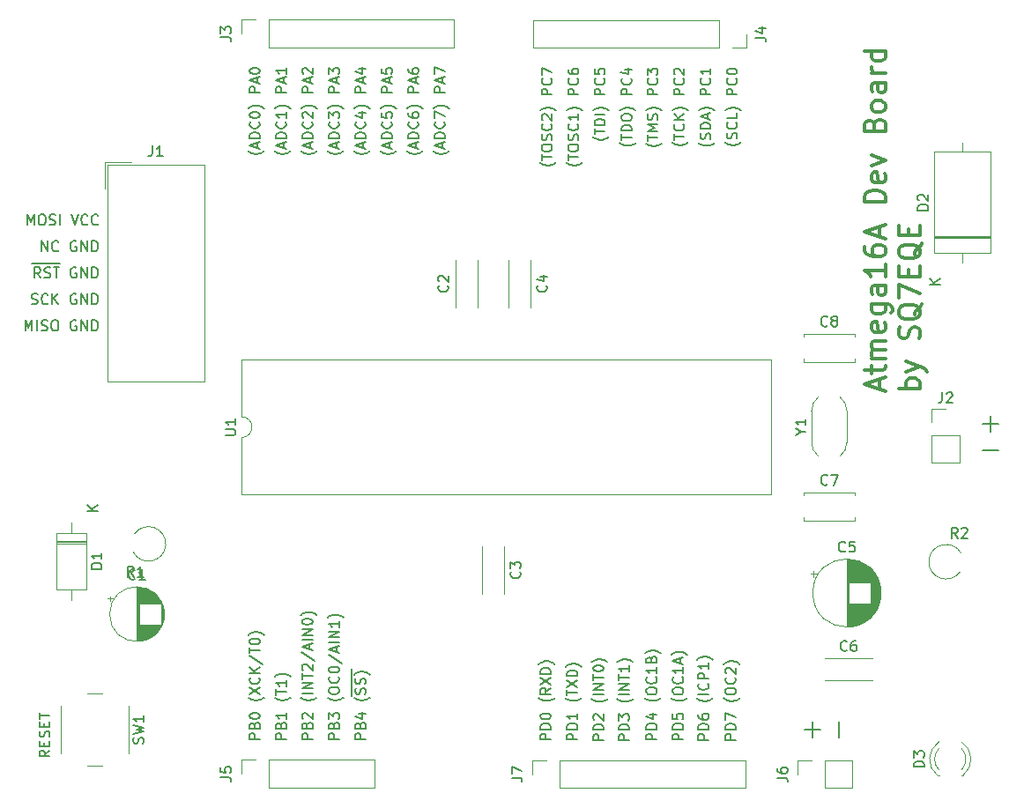
<source format=gbr>
%TF.GenerationSoftware,KiCad,Pcbnew,5.1.6-c6e7f7d~86~ubuntu18.04.1*%
%TF.CreationDate,2020-05-25T18:46:22+02:00*%
%TF.ProjectId,avr_dev_board_atmega16,6176725f-6465-4765-9f62-6f6172645f61,1_0*%
%TF.SameCoordinates,PX2652348PY7832370*%
%TF.FileFunction,Legend,Top*%
%TF.FilePolarity,Positive*%
%FSLAX46Y46*%
G04 Gerber Fmt 4.6, Leading zero omitted, Abs format (unit mm)*
G04 Created by KiCad (PCBNEW 5.1.6-c6e7f7d~86~ubuntu18.04.1) date 2020-05-25 18:46:22*
%MOMM*%
%LPD*%
G01*
G04 APERTURE LIST*
%ADD10C,0.300000*%
%ADD11C,0.120000*%
%ADD12C,0.150000*%
%ADD13C,1.802000*%
%ADD14C,1.702000*%
%ADD15O,1.829200X1.829200*%
%ADD16R,1.829200X1.829200*%
%ADD17O,1.802000X1.802000*%
%ADD18R,1.802000X1.802000*%
%ADD19C,2.102000*%
%ADD20R,1.702000X1.702000*%
%ADD21O,2.302000X2.302000*%
%ADD22R,2.302000X2.302000*%
%ADD23O,3.302000X3.302000*%
%ADD24R,3.302000X3.302000*%
%ADD25C,1.902000*%
%ADD26R,1.902000X1.902000*%
%ADD27O,1.702000X1.702000*%
G04 APERTURE END LIST*
D10*
X83261733Y40952421D02*
X83261733Y41904802D01*
X83833161Y40761945D02*
X81833161Y41428611D01*
X83833161Y42095278D01*
X82499828Y42476230D02*
X82499828Y43238135D01*
X81833161Y42761945D02*
X83547447Y42761945D01*
X83737923Y42857183D01*
X83833161Y43047659D01*
X83833161Y43238135D01*
X83833161Y43904802D02*
X82499828Y43904802D01*
X82690304Y43904802D02*
X82595066Y44000040D01*
X82499828Y44190516D01*
X82499828Y44476230D01*
X82595066Y44666707D01*
X82785542Y44761945D01*
X83833161Y44761945D01*
X82785542Y44761945D02*
X82595066Y44857183D01*
X82499828Y45047659D01*
X82499828Y45333373D01*
X82595066Y45523849D01*
X82785542Y45619088D01*
X83833161Y45619088D01*
X83737923Y47333373D02*
X83833161Y47142897D01*
X83833161Y46761945D01*
X83737923Y46571468D01*
X83547447Y46476230D01*
X82785542Y46476230D01*
X82595066Y46571468D01*
X82499828Y46761945D01*
X82499828Y47142897D01*
X82595066Y47333373D01*
X82785542Y47428611D01*
X82976019Y47428611D01*
X83166495Y46476230D01*
X82499828Y49142897D02*
X84118876Y49142897D01*
X84309352Y49047659D01*
X84404590Y48952421D01*
X84499828Y48761945D01*
X84499828Y48476230D01*
X84404590Y48285754D01*
X83737923Y49142897D02*
X83833161Y48952421D01*
X83833161Y48571468D01*
X83737923Y48380992D01*
X83642685Y48285754D01*
X83452209Y48190516D01*
X82880780Y48190516D01*
X82690304Y48285754D01*
X82595066Y48380992D01*
X82499828Y48571468D01*
X82499828Y48952421D01*
X82595066Y49142897D01*
X83833161Y50952421D02*
X82785542Y50952421D01*
X82595066Y50857183D01*
X82499828Y50666707D01*
X82499828Y50285754D01*
X82595066Y50095278D01*
X83737923Y50952421D02*
X83833161Y50761945D01*
X83833161Y50285754D01*
X83737923Y50095278D01*
X83547447Y50000040D01*
X83356971Y50000040D01*
X83166495Y50095278D01*
X83071257Y50285754D01*
X83071257Y50761945D01*
X82976019Y50952421D01*
X83833161Y52952421D02*
X83833161Y51809564D01*
X83833161Y52380992D02*
X81833161Y52380992D01*
X82118876Y52190516D01*
X82309352Y52000040D01*
X82404590Y51809564D01*
X81833161Y54666707D02*
X81833161Y54285754D01*
X81928400Y54095278D01*
X82023638Y54000040D01*
X82309352Y53809564D01*
X82690304Y53714326D01*
X83452209Y53714326D01*
X83642685Y53809564D01*
X83737923Y53904802D01*
X83833161Y54095278D01*
X83833161Y54476230D01*
X83737923Y54666707D01*
X83642685Y54761945D01*
X83452209Y54857183D01*
X82976019Y54857183D01*
X82785542Y54761945D01*
X82690304Y54666707D01*
X82595066Y54476230D01*
X82595066Y54095278D01*
X82690304Y53904802D01*
X82785542Y53809564D01*
X82976019Y53714326D01*
X83261733Y55619088D02*
X83261733Y56571468D01*
X83833161Y55428611D02*
X81833161Y56095278D01*
X83833161Y56761945D01*
X83833161Y58952421D02*
X81833161Y58952421D01*
X81833161Y59428611D01*
X81928400Y59714326D01*
X82118876Y59904802D01*
X82309352Y60000040D01*
X82690304Y60095278D01*
X82976019Y60095278D01*
X83356971Y60000040D01*
X83547447Y59904802D01*
X83737923Y59714326D01*
X83833161Y59428611D01*
X83833161Y58952421D01*
X83737923Y61714326D02*
X83833161Y61523849D01*
X83833161Y61142897D01*
X83737923Y60952421D01*
X83547447Y60857183D01*
X82785542Y60857183D01*
X82595066Y60952421D01*
X82499828Y61142897D01*
X82499828Y61523849D01*
X82595066Y61714326D01*
X82785542Y61809564D01*
X82976019Y61809564D01*
X83166495Y60857183D01*
X82499828Y62476230D02*
X83833161Y62952421D01*
X82499828Y63428611D01*
X82785542Y66380992D02*
X82880780Y66666707D01*
X82976019Y66761945D01*
X83166495Y66857183D01*
X83452209Y66857183D01*
X83642685Y66761945D01*
X83737923Y66666707D01*
X83833161Y66476230D01*
X83833161Y65714326D01*
X81833161Y65714326D01*
X81833161Y66380992D01*
X81928400Y66571468D01*
X82023638Y66666707D01*
X82214114Y66761945D01*
X82404590Y66761945D01*
X82595066Y66666707D01*
X82690304Y66571468D01*
X82785542Y66380992D01*
X82785542Y65714326D01*
X83833161Y68000040D02*
X83737923Y67809564D01*
X83642685Y67714326D01*
X83452209Y67619088D01*
X82880780Y67619088D01*
X82690304Y67714326D01*
X82595066Y67809564D01*
X82499828Y68000040D01*
X82499828Y68285754D01*
X82595066Y68476230D01*
X82690304Y68571468D01*
X82880780Y68666707D01*
X83452209Y68666707D01*
X83642685Y68571468D01*
X83737923Y68476230D01*
X83833161Y68285754D01*
X83833161Y68000040D01*
X83833161Y70380992D02*
X82785542Y70380992D01*
X82595066Y70285754D01*
X82499828Y70095278D01*
X82499828Y69714326D01*
X82595066Y69523849D01*
X83737923Y70380992D02*
X83833161Y70190516D01*
X83833161Y69714326D01*
X83737923Y69523849D01*
X83547447Y69428611D01*
X83356971Y69428611D01*
X83166495Y69523849D01*
X83071257Y69714326D01*
X83071257Y70190516D01*
X82976019Y70380992D01*
X83833161Y71333373D02*
X82499828Y71333373D01*
X82880780Y71333373D02*
X82690304Y71428611D01*
X82595066Y71523849D01*
X82499828Y71714326D01*
X82499828Y71904802D01*
X83833161Y73428611D02*
X81833161Y73428611D01*
X83737923Y73428611D02*
X83833161Y73238135D01*
X83833161Y72857183D01*
X83737923Y72666707D01*
X83642685Y72571468D01*
X83452209Y72476230D01*
X82880780Y72476230D01*
X82690304Y72571468D01*
X82595066Y72666707D01*
X82499828Y72857183D01*
X82499828Y73238135D01*
X82595066Y73428611D01*
X87133161Y41047659D02*
X85133161Y41047659D01*
X85895066Y41047659D02*
X85799828Y41238135D01*
X85799828Y41619088D01*
X85895066Y41809564D01*
X85990304Y41904802D01*
X86180780Y42000040D01*
X86752209Y42000040D01*
X86942685Y41904802D01*
X87037923Y41809564D01*
X87133161Y41619088D01*
X87133161Y41238135D01*
X87037923Y41047659D01*
X85799828Y42666707D02*
X87133161Y43142897D01*
X85799828Y43619088D02*
X87133161Y43142897D01*
X87609352Y42952421D01*
X87704590Y42857183D01*
X87799828Y42666707D01*
X87037923Y45809564D02*
X87133161Y46095278D01*
X87133161Y46571468D01*
X87037923Y46761945D01*
X86942685Y46857183D01*
X86752209Y46952421D01*
X86561733Y46952421D01*
X86371257Y46857183D01*
X86276019Y46761945D01*
X86180780Y46571468D01*
X86085542Y46190516D01*
X85990304Y46000040D01*
X85895066Y45904802D01*
X85704590Y45809564D01*
X85514114Y45809564D01*
X85323638Y45904802D01*
X85228400Y46000040D01*
X85133161Y46190516D01*
X85133161Y46666707D01*
X85228400Y46952421D01*
X87323638Y49142897D02*
X87228400Y48952421D01*
X87037923Y48761945D01*
X86752209Y48476230D01*
X86656971Y48285754D01*
X86656971Y48095278D01*
X87133161Y48190516D02*
X87037923Y48000040D01*
X86847447Y47809564D01*
X86466495Y47714326D01*
X85799828Y47714326D01*
X85418876Y47809564D01*
X85228400Y48000040D01*
X85133161Y48190516D01*
X85133161Y48571468D01*
X85228400Y48761945D01*
X85418876Y48952421D01*
X85799828Y49047659D01*
X86466495Y49047659D01*
X86847447Y48952421D01*
X87037923Y48761945D01*
X87133161Y48571468D01*
X87133161Y48190516D01*
X85133161Y49714326D02*
X85133161Y51047659D01*
X87133161Y50190516D01*
X86085542Y51809564D02*
X86085542Y52476230D01*
X87133161Y52761945D02*
X87133161Y51809564D01*
X85133161Y51809564D01*
X85133161Y52761945D01*
X87323638Y54952421D02*
X87228400Y54761945D01*
X87037923Y54571468D01*
X86752209Y54285754D01*
X86656971Y54095278D01*
X86656971Y53904802D01*
X87133161Y54000040D02*
X87037923Y53809564D01*
X86847447Y53619088D01*
X86466495Y53523849D01*
X85799828Y53523849D01*
X85418876Y53619088D01*
X85228400Y53809564D01*
X85133161Y54000040D01*
X85133161Y54380992D01*
X85228400Y54571468D01*
X85418876Y54761945D01*
X85799828Y54857183D01*
X86466495Y54857183D01*
X86847447Y54761945D01*
X87037923Y54571468D01*
X87133161Y54380992D01*
X87133161Y54000040D01*
X86085542Y55714326D02*
X86085542Y56380992D01*
X87133161Y56666707D02*
X87133161Y55714326D01*
X85133161Y55714326D01*
X85133161Y56666707D01*
D11*
%TO.C,Y1*%
X76733400Y35870200D02*
X76733400Y38870200D01*
X80133400Y35870200D02*
X80133400Y38870200D01*
X79482361Y40207990D02*
G75*
G02*
X80133400Y38870200I-1048961J-1337790D01*
G01*
X79482361Y34532410D02*
G75*
G03*
X80133400Y35870200I-1048961J1337790D01*
G01*
X77384439Y40207990D02*
G75*
G03*
X76733400Y38870200I1048961J-1337790D01*
G01*
X77384439Y34532410D02*
G75*
G02*
X76733400Y35870200I1048961J1337790D01*
G01*
%TO.C,C8*%
X75963400Y46310200D02*
X80903400Y46310200D01*
X75963400Y43570200D02*
X80903400Y43570200D01*
X75963400Y46310200D02*
X75963400Y45995200D01*
X75963400Y43885200D02*
X75963400Y43570200D01*
X80903400Y46310200D02*
X80903400Y45995200D01*
X80903400Y43885200D02*
X80903400Y43570200D01*
%TO.C,C7*%
X75963400Y31070200D02*
X80903400Y31070200D01*
X75963400Y28330200D02*
X80903400Y28330200D01*
X75963400Y31070200D02*
X75963400Y30755200D01*
X75963400Y28645200D02*
X75963400Y28330200D01*
X80903400Y31070200D02*
X80903400Y30755200D01*
X80903400Y28645200D02*
X80903400Y28330200D01*
%TO.C,J1*%
X18416600Y62550800D02*
X18416600Y41690800D01*
X18416600Y41690800D02*
X9066600Y41690800D01*
X9066600Y41690800D02*
X9066600Y62550800D01*
X9066600Y62550800D02*
X18416600Y62550800D01*
X8816600Y62800800D02*
X8816600Y60260800D01*
X8816600Y62800800D02*
X11356600Y62800800D01*
%TO.C,J6*%
X78016400Y2629800D02*
X78016400Y5289800D01*
X78016400Y2629800D02*
X80616400Y2629800D01*
X80616400Y2629800D02*
X80616400Y5289800D01*
X78016400Y5289800D02*
X80616400Y5289800D01*
X75416400Y5289800D02*
X76746400Y5289800D01*
X75416400Y3959800D02*
X75416400Y5289800D01*
%TO.C,J2*%
X88282400Y33899800D02*
X90942400Y33899800D01*
X88282400Y36499800D02*
X88282400Y33899800D01*
X90942400Y36499800D02*
X90942400Y33899800D01*
X88282400Y36499800D02*
X90942400Y36499800D01*
X88282400Y37769800D02*
X88282400Y39099800D01*
X88282400Y39099800D02*
X89612400Y39099800D01*
%TO.C,J7*%
X52516300Y2629800D02*
X52516300Y5289800D01*
X52516300Y2629800D02*
X70356300Y2629800D01*
X70356300Y2629800D02*
X70356300Y5289800D01*
X52516300Y5289800D02*
X70356300Y5289800D01*
X49916300Y5289800D02*
X51246300Y5289800D01*
X49916300Y3959800D02*
X49916300Y5289800D01*
%TO.C,J4*%
X67856400Y76409400D02*
X67856400Y73749400D01*
X67856400Y76409400D02*
X50016400Y76409400D01*
X50016400Y76409400D02*
X50016400Y73749400D01*
X67856400Y73749400D02*
X50016400Y73749400D01*
X70456400Y73749400D02*
X69126400Y73749400D01*
X70456400Y75079400D02*
X70456400Y73749400D01*
%TO.C,J3*%
X24562000Y73799400D02*
X24562000Y76459400D01*
X24562000Y73799400D02*
X42402000Y73799400D01*
X42402000Y73799400D02*
X42402000Y76459400D01*
X24562000Y76459400D02*
X42402000Y76459400D01*
X21962000Y76459400D02*
X23292000Y76459400D01*
X21962000Y75129400D02*
X21962000Y76459400D01*
%TO.C,J5*%
X24562000Y2679800D02*
X24562000Y5339800D01*
X24562000Y2679800D02*
X34782000Y2679800D01*
X34782000Y2679800D02*
X34782000Y5339800D01*
X24562000Y5339800D02*
X34782000Y5339800D01*
X21962000Y5339800D02*
X23292000Y5339800D01*
X21962000Y4009800D02*
X21962000Y5339800D01*
%TO.C,SW1*%
X4613600Y10505800D02*
X4613600Y6005800D01*
X8613600Y11755800D02*
X7113600Y11755800D01*
X11113600Y6005800D02*
X11113600Y10505800D01*
X7113600Y4755800D02*
X8613600Y4755800D01*
%TO.C,C1*%
X14538200Y19354800D02*
G75*
G03*
X14538200Y19354800I-2620000J0D01*
G01*
X11918200Y21934800D02*
X11918200Y16774800D01*
X11958200Y21934800D02*
X11958200Y16774800D01*
X11998200Y21933800D02*
X11998200Y16775800D01*
X12038200Y21932800D02*
X12038200Y16776800D01*
X12078200Y21930800D02*
X12078200Y16778800D01*
X12118200Y21927800D02*
X12118200Y16781800D01*
X12158200Y21923800D02*
X12158200Y20394800D01*
X12158200Y18314800D02*
X12158200Y16785800D01*
X12198200Y21919800D02*
X12198200Y20394800D01*
X12198200Y18314800D02*
X12198200Y16789800D01*
X12238200Y21915800D02*
X12238200Y20394800D01*
X12238200Y18314800D02*
X12238200Y16793800D01*
X12278200Y21910800D02*
X12278200Y20394800D01*
X12278200Y18314800D02*
X12278200Y16798800D01*
X12318200Y21904800D02*
X12318200Y20394800D01*
X12318200Y18314800D02*
X12318200Y16804800D01*
X12358200Y21897800D02*
X12358200Y20394800D01*
X12358200Y18314800D02*
X12358200Y16811800D01*
X12398200Y21890800D02*
X12398200Y20394800D01*
X12398200Y18314800D02*
X12398200Y16818800D01*
X12438200Y21882800D02*
X12438200Y20394800D01*
X12438200Y18314800D02*
X12438200Y16826800D01*
X12478200Y21874800D02*
X12478200Y20394800D01*
X12478200Y18314800D02*
X12478200Y16834800D01*
X12518200Y21865800D02*
X12518200Y20394800D01*
X12518200Y18314800D02*
X12518200Y16843800D01*
X12558200Y21855800D02*
X12558200Y20394800D01*
X12558200Y18314800D02*
X12558200Y16853800D01*
X12598200Y21845800D02*
X12598200Y20394800D01*
X12598200Y18314800D02*
X12598200Y16863800D01*
X12639200Y21834800D02*
X12639200Y20394800D01*
X12639200Y18314800D02*
X12639200Y16874800D01*
X12679200Y21822800D02*
X12679200Y20394800D01*
X12679200Y18314800D02*
X12679200Y16886800D01*
X12719200Y21809800D02*
X12719200Y20394800D01*
X12719200Y18314800D02*
X12719200Y16899800D01*
X12759200Y21796800D02*
X12759200Y20394800D01*
X12759200Y18314800D02*
X12759200Y16912800D01*
X12799200Y21782800D02*
X12799200Y20394800D01*
X12799200Y18314800D02*
X12799200Y16926800D01*
X12839200Y21768800D02*
X12839200Y20394800D01*
X12839200Y18314800D02*
X12839200Y16940800D01*
X12879200Y21752800D02*
X12879200Y20394800D01*
X12879200Y18314800D02*
X12879200Y16956800D01*
X12919200Y21736800D02*
X12919200Y20394800D01*
X12919200Y18314800D02*
X12919200Y16972800D01*
X12959200Y21719800D02*
X12959200Y20394800D01*
X12959200Y18314800D02*
X12959200Y16989800D01*
X12999200Y21702800D02*
X12999200Y20394800D01*
X12999200Y18314800D02*
X12999200Y17006800D01*
X13039200Y21683800D02*
X13039200Y20394800D01*
X13039200Y18314800D02*
X13039200Y17025800D01*
X13079200Y21664800D02*
X13079200Y20394800D01*
X13079200Y18314800D02*
X13079200Y17044800D01*
X13119200Y21644800D02*
X13119200Y20394800D01*
X13119200Y18314800D02*
X13119200Y17064800D01*
X13159200Y21622800D02*
X13159200Y20394800D01*
X13159200Y18314800D02*
X13159200Y17086800D01*
X13199200Y21601800D02*
X13199200Y20394800D01*
X13199200Y18314800D02*
X13199200Y17107800D01*
X13239200Y21578800D02*
X13239200Y20394800D01*
X13239200Y18314800D02*
X13239200Y17130800D01*
X13279200Y21554800D02*
X13279200Y20394800D01*
X13279200Y18314800D02*
X13279200Y17154800D01*
X13319200Y21529800D02*
X13319200Y20394800D01*
X13319200Y18314800D02*
X13319200Y17179800D01*
X13359200Y21503800D02*
X13359200Y20394800D01*
X13359200Y18314800D02*
X13359200Y17205800D01*
X13399200Y21476800D02*
X13399200Y20394800D01*
X13399200Y18314800D02*
X13399200Y17232800D01*
X13439200Y21449800D02*
X13439200Y20394800D01*
X13439200Y18314800D02*
X13439200Y17259800D01*
X13479200Y21419800D02*
X13479200Y20394800D01*
X13479200Y18314800D02*
X13479200Y17289800D01*
X13519200Y21389800D02*
X13519200Y20394800D01*
X13519200Y18314800D02*
X13519200Y17319800D01*
X13559200Y21358800D02*
X13559200Y20394800D01*
X13559200Y18314800D02*
X13559200Y17350800D01*
X13599200Y21325800D02*
X13599200Y20394800D01*
X13599200Y18314800D02*
X13599200Y17383800D01*
X13639200Y21291800D02*
X13639200Y20394800D01*
X13639200Y18314800D02*
X13639200Y17417800D01*
X13679200Y21255800D02*
X13679200Y20394800D01*
X13679200Y18314800D02*
X13679200Y17453800D01*
X13719200Y21218800D02*
X13719200Y20394800D01*
X13719200Y18314800D02*
X13719200Y17490800D01*
X13759200Y21180800D02*
X13759200Y20394800D01*
X13759200Y18314800D02*
X13759200Y17528800D01*
X13799200Y21139800D02*
X13799200Y20394800D01*
X13799200Y18314800D02*
X13799200Y17569800D01*
X13839200Y21097800D02*
X13839200Y20394800D01*
X13839200Y18314800D02*
X13839200Y17611800D01*
X13879200Y21053800D02*
X13879200Y20394800D01*
X13879200Y18314800D02*
X13879200Y17655800D01*
X13919200Y21007800D02*
X13919200Y20394800D01*
X13919200Y18314800D02*
X13919200Y17701800D01*
X13959200Y20959800D02*
X13959200Y20394800D01*
X13959200Y18314800D02*
X13959200Y17749800D01*
X13999200Y20908800D02*
X13999200Y20394800D01*
X13999200Y18314800D02*
X13999200Y17800800D01*
X14039200Y20854800D02*
X14039200Y20394800D01*
X14039200Y18314800D02*
X14039200Y17854800D01*
X14079200Y20797800D02*
X14079200Y20394800D01*
X14079200Y18314800D02*
X14079200Y17911800D01*
X14119200Y20737800D02*
X14119200Y20394800D01*
X14119200Y18314800D02*
X14119200Y17971800D01*
X14159200Y20673800D02*
X14159200Y20394800D01*
X14159200Y18314800D02*
X14159200Y18035800D01*
X14199200Y20605800D02*
X14199200Y20394800D01*
X14199200Y18314800D02*
X14199200Y18103800D01*
X14239200Y20532800D02*
X14239200Y18176800D01*
X14279200Y20452800D02*
X14279200Y18256800D01*
X14319200Y20365800D02*
X14319200Y18343800D01*
X14359200Y20269800D02*
X14359200Y18439800D01*
X14399200Y20159800D02*
X14399200Y18549800D01*
X14439200Y20031800D02*
X14439200Y18677800D01*
X14479200Y19872800D02*
X14479200Y18836800D01*
X14519200Y19638800D02*
X14519200Y19070800D01*
X9113425Y20829800D02*
X9613425Y20829800D01*
X9363425Y21079800D02*
X9363425Y20579800D01*
%TO.C,C2*%
X42542000Y48827800D02*
X42542000Y53367800D01*
X44682000Y48827800D02*
X44682000Y53367800D01*
X42542000Y48827800D02*
X42557000Y48827800D01*
X44667000Y48827800D02*
X44682000Y48827800D01*
X42542000Y53367800D02*
X42557000Y53367800D01*
X44667000Y53367800D02*
X44682000Y53367800D01*
%TO.C,C3*%
X47222000Y25868000D02*
X47222000Y21328000D01*
X45082000Y25868000D02*
X45082000Y21328000D01*
X47222000Y25868000D02*
X47207000Y25868000D01*
X45097000Y25868000D02*
X45082000Y25868000D01*
X47222000Y21328000D02*
X47207000Y21328000D01*
X45097000Y21328000D02*
X45082000Y21328000D01*
%TO.C,C4*%
X49762000Y53367800D02*
X49762000Y48827800D01*
X47622000Y53367800D02*
X47622000Y48827800D01*
X49762000Y53367800D02*
X49747000Y53367800D01*
X47637000Y53367800D02*
X47622000Y53367800D01*
X49762000Y48827800D02*
X49747000Y48827800D01*
X47637000Y48827800D02*
X47622000Y48827800D01*
%TO.C,C5*%
X83403400Y21383800D02*
G75*
G03*
X83403400Y21383800I-3270000J0D01*
G01*
X80133400Y24613800D02*
X80133400Y18153800D01*
X80173400Y24613800D02*
X80173400Y18153800D01*
X80213400Y24613800D02*
X80213400Y18153800D01*
X80253400Y24611800D02*
X80253400Y18155800D01*
X80293400Y24610800D02*
X80293400Y18156800D01*
X80333400Y24607800D02*
X80333400Y18159800D01*
X80373400Y24605800D02*
X80373400Y22423800D01*
X80373400Y20343800D02*
X80373400Y18161800D01*
X80413400Y24601800D02*
X80413400Y22423800D01*
X80413400Y20343800D02*
X80413400Y18165800D01*
X80453400Y24598800D02*
X80453400Y22423800D01*
X80453400Y20343800D02*
X80453400Y18168800D01*
X80493400Y24594800D02*
X80493400Y22423800D01*
X80493400Y20343800D02*
X80493400Y18172800D01*
X80533400Y24589800D02*
X80533400Y22423800D01*
X80533400Y20343800D02*
X80533400Y18177800D01*
X80573400Y24584800D02*
X80573400Y22423800D01*
X80573400Y20343800D02*
X80573400Y18182800D01*
X80613400Y24578800D02*
X80613400Y22423800D01*
X80613400Y20343800D02*
X80613400Y18188800D01*
X80653400Y24572800D02*
X80653400Y22423800D01*
X80653400Y20343800D02*
X80653400Y18194800D01*
X80693400Y24565800D02*
X80693400Y22423800D01*
X80693400Y20343800D02*
X80693400Y18201800D01*
X80733400Y24558800D02*
X80733400Y22423800D01*
X80733400Y20343800D02*
X80733400Y18208800D01*
X80773400Y24550800D02*
X80773400Y22423800D01*
X80773400Y20343800D02*
X80773400Y18216800D01*
X80813400Y24542800D02*
X80813400Y22423800D01*
X80813400Y20343800D02*
X80813400Y18224800D01*
X80854400Y24533800D02*
X80854400Y22423800D01*
X80854400Y20343800D02*
X80854400Y18233800D01*
X80894400Y24524800D02*
X80894400Y22423800D01*
X80894400Y20343800D02*
X80894400Y18242800D01*
X80934400Y24514800D02*
X80934400Y22423800D01*
X80934400Y20343800D02*
X80934400Y18252800D01*
X80974400Y24504800D02*
X80974400Y22423800D01*
X80974400Y20343800D02*
X80974400Y18262800D01*
X81014400Y24493800D02*
X81014400Y22423800D01*
X81014400Y20343800D02*
X81014400Y18273800D01*
X81054400Y24481800D02*
X81054400Y22423800D01*
X81054400Y20343800D02*
X81054400Y18285800D01*
X81094400Y24469800D02*
X81094400Y22423800D01*
X81094400Y20343800D02*
X81094400Y18297800D01*
X81134400Y24457800D02*
X81134400Y22423800D01*
X81134400Y20343800D02*
X81134400Y18309800D01*
X81174400Y24444800D02*
X81174400Y22423800D01*
X81174400Y20343800D02*
X81174400Y18322800D01*
X81214400Y24430800D02*
X81214400Y22423800D01*
X81214400Y20343800D02*
X81214400Y18336800D01*
X81254400Y24416800D02*
X81254400Y22423800D01*
X81254400Y20343800D02*
X81254400Y18350800D01*
X81294400Y24401800D02*
X81294400Y22423800D01*
X81294400Y20343800D02*
X81294400Y18365800D01*
X81334400Y24385800D02*
X81334400Y22423800D01*
X81334400Y20343800D02*
X81334400Y18381800D01*
X81374400Y24369800D02*
X81374400Y22423800D01*
X81374400Y20343800D02*
X81374400Y18397800D01*
X81414400Y24353800D02*
X81414400Y22423800D01*
X81414400Y20343800D02*
X81414400Y18413800D01*
X81454400Y24335800D02*
X81454400Y22423800D01*
X81454400Y20343800D02*
X81454400Y18431800D01*
X81494400Y24317800D02*
X81494400Y22423800D01*
X81494400Y20343800D02*
X81494400Y18449800D01*
X81534400Y24299800D02*
X81534400Y22423800D01*
X81534400Y20343800D02*
X81534400Y18467800D01*
X81574400Y24279800D02*
X81574400Y22423800D01*
X81574400Y20343800D02*
X81574400Y18487800D01*
X81614400Y24259800D02*
X81614400Y22423800D01*
X81614400Y20343800D02*
X81614400Y18507800D01*
X81654400Y24239800D02*
X81654400Y22423800D01*
X81654400Y20343800D02*
X81654400Y18527800D01*
X81694400Y24217800D02*
X81694400Y22423800D01*
X81694400Y20343800D02*
X81694400Y18549800D01*
X81734400Y24195800D02*
X81734400Y22423800D01*
X81734400Y20343800D02*
X81734400Y18571800D01*
X81774400Y24173800D02*
X81774400Y22423800D01*
X81774400Y20343800D02*
X81774400Y18593800D01*
X81814400Y24149800D02*
X81814400Y22423800D01*
X81814400Y20343800D02*
X81814400Y18617800D01*
X81854400Y24125800D02*
X81854400Y22423800D01*
X81854400Y20343800D02*
X81854400Y18641800D01*
X81894400Y24099800D02*
X81894400Y22423800D01*
X81894400Y20343800D02*
X81894400Y18667800D01*
X81934400Y24073800D02*
X81934400Y22423800D01*
X81934400Y20343800D02*
X81934400Y18693800D01*
X81974400Y24047800D02*
X81974400Y22423800D01*
X81974400Y20343800D02*
X81974400Y18719800D01*
X82014400Y24019800D02*
X82014400Y22423800D01*
X82014400Y20343800D02*
X82014400Y18747800D01*
X82054400Y23990800D02*
X82054400Y22423800D01*
X82054400Y20343800D02*
X82054400Y18776800D01*
X82094400Y23961800D02*
X82094400Y22423800D01*
X82094400Y20343800D02*
X82094400Y18805800D01*
X82134400Y23931800D02*
X82134400Y22423800D01*
X82134400Y20343800D02*
X82134400Y18835800D01*
X82174400Y23899800D02*
X82174400Y22423800D01*
X82174400Y20343800D02*
X82174400Y18867800D01*
X82214400Y23867800D02*
X82214400Y22423800D01*
X82214400Y20343800D02*
X82214400Y18899800D01*
X82254400Y23833800D02*
X82254400Y22423800D01*
X82254400Y20343800D02*
X82254400Y18933800D01*
X82294400Y23799800D02*
X82294400Y22423800D01*
X82294400Y20343800D02*
X82294400Y18967800D01*
X82334400Y23763800D02*
X82334400Y22423800D01*
X82334400Y20343800D02*
X82334400Y19003800D01*
X82374400Y23726800D02*
X82374400Y22423800D01*
X82374400Y20343800D02*
X82374400Y19040800D01*
X82414400Y23688800D02*
X82414400Y22423800D01*
X82414400Y20343800D02*
X82414400Y19078800D01*
X82454400Y23648800D02*
X82454400Y19118800D01*
X82494400Y23607800D02*
X82494400Y19159800D01*
X82534400Y23565800D02*
X82534400Y19201800D01*
X82574400Y23520800D02*
X82574400Y19246800D01*
X82614400Y23475800D02*
X82614400Y19291800D01*
X82654400Y23427800D02*
X82654400Y19339800D01*
X82694400Y23378800D02*
X82694400Y19388800D01*
X82734400Y23327800D02*
X82734400Y19439800D01*
X82774400Y23273800D02*
X82774400Y19493800D01*
X82814400Y23217800D02*
X82814400Y19549800D01*
X82854400Y23159800D02*
X82854400Y19607800D01*
X82894400Y23097800D02*
X82894400Y19669800D01*
X82934400Y23033800D02*
X82934400Y19733800D01*
X82974400Y22964800D02*
X82974400Y19802800D01*
X83014400Y22892800D02*
X83014400Y19874800D01*
X83054400Y22815800D02*
X83054400Y19951800D01*
X83094400Y22733800D02*
X83094400Y20033800D01*
X83134400Y22645800D02*
X83134400Y20121800D01*
X83174400Y22548800D02*
X83174400Y20218800D01*
X83214400Y22442800D02*
X83214400Y20324800D01*
X83254400Y22323800D02*
X83254400Y20443800D01*
X83294400Y22185800D02*
X83294400Y20581800D01*
X83334400Y22016800D02*
X83334400Y20750800D01*
X83374400Y21785800D02*
X83374400Y20981800D01*
X76633159Y23222800D02*
X77263159Y23222800D01*
X76948159Y23537800D02*
X76948159Y22907800D01*
%TO.C,C6*%
X78020400Y15115800D02*
X82560400Y15115800D01*
X78020400Y12975800D02*
X82560400Y12975800D01*
X78020400Y15115800D02*
X78020400Y15100800D01*
X78020400Y12990800D02*
X78020400Y12975800D01*
X82560400Y15115800D02*
X82560400Y15100800D01*
X82560400Y12990800D02*
X82560400Y12975800D01*
%TO.C,D1*%
X7083600Y27154800D02*
X4143600Y27154800D01*
X4143600Y27154800D02*
X4143600Y21714800D01*
X4143600Y21714800D02*
X7083600Y21714800D01*
X7083600Y21714800D02*
X7083600Y27154800D01*
X5613600Y28174800D02*
X5613600Y27154800D01*
X5613600Y20694800D02*
X5613600Y21714800D01*
X7083600Y26254800D02*
X4143600Y26254800D01*
X7083600Y26134800D02*
X4143600Y26134800D01*
X7083600Y26374800D02*
X4143600Y26374800D01*
%TO.C,D2*%
X88491400Y54032600D02*
X93931400Y54032600D01*
X93931400Y54032600D02*
X93931400Y63772600D01*
X93931400Y63772600D02*
X88491400Y63772600D01*
X88491400Y63772600D02*
X88491400Y54032600D01*
X91211400Y53122600D02*
X91211400Y54032600D01*
X91211400Y64682600D02*
X91211400Y63772600D01*
X88491400Y55577600D02*
X93931400Y55577600D01*
X88491400Y55697600D02*
X93931400Y55697600D01*
X88491400Y55457600D02*
X93931400Y55457600D01*
%TO.C,D3*%
X88826400Y3850800D02*
X88982400Y3850800D01*
X91142400Y3850800D02*
X91298400Y3850800D01*
X91142237Y6451930D02*
G75*
G02*
X91142400Y4369839I-1079837J-1041130D01*
G01*
X88982563Y6451930D02*
G75*
G03*
X88982400Y4369839I1079837J-1041130D01*
G01*
X91141008Y7083135D02*
G75*
G02*
X91297916Y3850800I-1078608J-1672335D01*
G01*
X88983792Y7083135D02*
G75*
G03*
X88826884Y3850800I1078608J-1672335D01*
G01*
%TO.C,R1*%
X11685625Y27069880D02*
G75*
G02*
X11577128Y25298500I1344775J-971380D01*
G01*
%TO.C,R2*%
X91007175Y23412420D02*
G75*
G02*
X91115672Y25183800I-1344775J971380D01*
G01*
%TO.C,U1*%
X21962000Y36320200D02*
X21962000Y30860200D01*
X21962000Y30860200D02*
X72882000Y30860200D01*
X72882000Y30860200D02*
X72882000Y43780200D01*
X72882000Y43780200D02*
X21962000Y43780200D01*
X21962000Y43780200D02*
X21962000Y38320200D01*
X21962000Y38320200D02*
G75*
G02*
X21962000Y36320200I0J-1000000D01*
G01*
%TO.C,Y1*%
D12*
X75709590Y36894010D02*
X76185780Y36894010D01*
X75185780Y36560677D02*
X75709590Y36894010D01*
X75185780Y37227343D01*
X76185780Y38084486D02*
X76185780Y37513058D01*
X76185780Y37798772D02*
X75185780Y37798772D01*
X75328638Y37703534D01*
X75423876Y37608296D01*
X75471495Y37513058D01*
%TO.C,C8*%
X78266733Y47083058D02*
X78219114Y47035439D01*
X78076257Y46987820D01*
X77981019Y46987820D01*
X77838161Y47035439D01*
X77742923Y47130677D01*
X77695304Y47225915D01*
X77647685Y47416391D01*
X77647685Y47559248D01*
X77695304Y47749724D01*
X77742923Y47844962D01*
X77838161Y47940200D01*
X77981019Y47987820D01*
X78076257Y47987820D01*
X78219114Y47940200D01*
X78266733Y47892581D01*
X78838161Y47559248D02*
X78742923Y47606867D01*
X78695304Y47654486D01*
X78647685Y47749724D01*
X78647685Y47797343D01*
X78695304Y47892581D01*
X78742923Y47940200D01*
X78838161Y47987820D01*
X79028638Y47987820D01*
X79123876Y47940200D01*
X79171495Y47892581D01*
X79219114Y47797343D01*
X79219114Y47749724D01*
X79171495Y47654486D01*
X79123876Y47606867D01*
X79028638Y47559248D01*
X78838161Y47559248D01*
X78742923Y47511629D01*
X78695304Y47464010D01*
X78647685Y47368772D01*
X78647685Y47178296D01*
X78695304Y47083058D01*
X78742923Y47035439D01*
X78838161Y46987820D01*
X79028638Y46987820D01*
X79123876Y47035439D01*
X79171495Y47083058D01*
X79219114Y47178296D01*
X79219114Y47368772D01*
X79171495Y47464010D01*
X79123876Y47511629D01*
X79028638Y47559248D01*
%TO.C,C7*%
X78266733Y31843058D02*
X78219114Y31795439D01*
X78076257Y31747820D01*
X77981019Y31747820D01*
X77838161Y31795439D01*
X77742923Y31890677D01*
X77695304Y31985915D01*
X77647685Y32176391D01*
X77647685Y32319248D01*
X77695304Y32509724D01*
X77742923Y32604962D01*
X77838161Y32700200D01*
X77981019Y32747820D01*
X78076257Y32747820D01*
X78219114Y32700200D01*
X78266733Y32652581D01*
X78600066Y32747820D02*
X79266733Y32747820D01*
X78838161Y31747820D01*
%TO.C,J1*%
X13408266Y64352420D02*
X13408266Y63638134D01*
X13360647Y63495277D01*
X13265409Y63400039D01*
X13122552Y63352420D01*
X13027314Y63352420D01*
X14408266Y63352420D02*
X13836838Y63352420D01*
X14122552Y63352420D02*
X14122552Y64352420D01*
X14027314Y64209562D01*
X13932076Y64114324D01*
X13836838Y64066705D01*
X1183623Y46588420D02*
X1183623Y47588420D01*
X1516957Y46874134D01*
X1850290Y47588420D01*
X1850290Y46588420D01*
X2326480Y46588420D02*
X2326480Y47588420D01*
X2755052Y46636039D02*
X2897909Y46588420D01*
X3136004Y46588420D01*
X3231242Y46636039D01*
X3278861Y46683658D01*
X3326480Y46778896D01*
X3326480Y46874134D01*
X3278861Y46969372D01*
X3231242Y47016991D01*
X3136004Y47064610D01*
X2945528Y47112229D01*
X2850290Y47159848D01*
X2802671Y47207467D01*
X2755052Y47302705D01*
X2755052Y47397943D01*
X2802671Y47493181D01*
X2850290Y47540800D01*
X2945528Y47588420D01*
X3183623Y47588420D01*
X3326480Y47540800D01*
X3945528Y47588420D02*
X4136004Y47588420D01*
X4231242Y47540800D01*
X4326480Y47445562D01*
X4374100Y47255086D01*
X4374100Y46921753D01*
X4326480Y46731277D01*
X4231242Y46636039D01*
X4136004Y46588420D01*
X3945528Y46588420D01*
X3850290Y46636039D01*
X3755052Y46731277D01*
X3707433Y46921753D01*
X3707433Y47255086D01*
X3755052Y47445562D01*
X3850290Y47540800D01*
X3945528Y47588420D01*
X6088385Y47540800D02*
X5993147Y47588420D01*
X5850290Y47588420D01*
X5707433Y47540800D01*
X5612195Y47445562D01*
X5564576Y47350324D01*
X5516957Y47159848D01*
X5516957Y47016991D01*
X5564576Y46826515D01*
X5612195Y46731277D01*
X5707433Y46636039D01*
X5850290Y46588420D01*
X5945528Y46588420D01*
X6088385Y46636039D01*
X6136004Y46683658D01*
X6136004Y47016991D01*
X5945528Y47016991D01*
X6564576Y46588420D02*
X6564576Y47588420D01*
X7136004Y46588420D01*
X7136004Y47588420D01*
X7612195Y46588420D02*
X7612195Y47588420D01*
X7850290Y47588420D01*
X7993147Y47540800D01*
X8088385Y47445562D01*
X8136004Y47350324D01*
X8183623Y47159848D01*
X8183623Y47016991D01*
X8136004Y46826515D01*
X8088385Y46731277D01*
X7993147Y46636039D01*
X7850290Y46588420D01*
X7612195Y46588420D01*
X1802671Y49176039D02*
X1945528Y49128420D01*
X2183623Y49128420D01*
X2278861Y49176039D01*
X2326480Y49223658D01*
X2374100Y49318896D01*
X2374100Y49414134D01*
X2326480Y49509372D01*
X2278861Y49556991D01*
X2183623Y49604610D01*
X1993147Y49652229D01*
X1897909Y49699848D01*
X1850290Y49747467D01*
X1802671Y49842705D01*
X1802671Y49937943D01*
X1850290Y50033181D01*
X1897909Y50080800D01*
X1993147Y50128420D01*
X2231242Y50128420D01*
X2374100Y50080800D01*
X3374100Y49223658D02*
X3326480Y49176039D01*
X3183623Y49128420D01*
X3088385Y49128420D01*
X2945528Y49176039D01*
X2850290Y49271277D01*
X2802671Y49366515D01*
X2755052Y49556991D01*
X2755052Y49699848D01*
X2802671Y49890324D01*
X2850290Y49985562D01*
X2945528Y50080800D01*
X3088385Y50128420D01*
X3183623Y50128420D01*
X3326480Y50080800D01*
X3374100Y50033181D01*
X3802671Y49128420D02*
X3802671Y50128420D01*
X4374100Y49128420D02*
X3945528Y49699848D01*
X4374100Y50128420D02*
X3802671Y49556991D01*
X6088385Y50080800D02*
X5993147Y50128420D01*
X5850290Y50128420D01*
X5707433Y50080800D01*
X5612195Y49985562D01*
X5564576Y49890324D01*
X5516957Y49699848D01*
X5516957Y49556991D01*
X5564576Y49366515D01*
X5612195Y49271277D01*
X5707433Y49176039D01*
X5850290Y49128420D01*
X5945528Y49128420D01*
X6088385Y49176039D01*
X6136004Y49223658D01*
X6136004Y49556991D01*
X5945528Y49556991D01*
X6564576Y49128420D02*
X6564576Y50128420D01*
X7136004Y49128420D01*
X7136004Y50128420D01*
X7612195Y49128420D02*
X7612195Y50128420D01*
X7850290Y50128420D01*
X7993147Y50080800D01*
X8088385Y49985562D01*
X8136004Y49890324D01*
X8183623Y49699848D01*
X8183623Y49556991D01*
X8136004Y49366515D01*
X8088385Y49271277D01*
X7993147Y49176039D01*
X7850290Y49128420D01*
X7612195Y49128420D01*
X1850290Y53035800D02*
X2850290Y53035800D01*
X2659814Y51668420D02*
X2326480Y52144610D01*
X2088385Y51668420D02*
X2088385Y52668420D01*
X2469338Y52668420D01*
X2564576Y52620800D01*
X2612195Y52573181D01*
X2659814Y52477943D01*
X2659814Y52335086D01*
X2612195Y52239848D01*
X2564576Y52192229D01*
X2469338Y52144610D01*
X2088385Y52144610D01*
X2850290Y53035800D02*
X3802671Y53035800D01*
X3040766Y51716039D02*
X3183623Y51668420D01*
X3421719Y51668420D01*
X3516957Y51716039D01*
X3564576Y51763658D01*
X3612195Y51858896D01*
X3612195Y51954134D01*
X3564576Y52049372D01*
X3516957Y52096991D01*
X3421719Y52144610D01*
X3231242Y52192229D01*
X3136004Y52239848D01*
X3088385Y52287467D01*
X3040766Y52382705D01*
X3040766Y52477943D01*
X3088385Y52573181D01*
X3136004Y52620800D01*
X3231242Y52668420D01*
X3469338Y52668420D01*
X3612195Y52620800D01*
X3802671Y53035800D02*
X4564576Y53035800D01*
X3897909Y52668420D02*
X4469338Y52668420D01*
X4183623Y51668420D02*
X4183623Y52668420D01*
X6088385Y52620800D02*
X5993147Y52668420D01*
X5850290Y52668420D01*
X5707433Y52620800D01*
X5612195Y52525562D01*
X5564576Y52430324D01*
X5516957Y52239848D01*
X5516957Y52096991D01*
X5564576Y51906515D01*
X5612195Y51811277D01*
X5707433Y51716039D01*
X5850290Y51668420D01*
X5945528Y51668420D01*
X6088385Y51716039D01*
X6136004Y51763658D01*
X6136004Y52096991D01*
X5945528Y52096991D01*
X6564576Y51668420D02*
X6564576Y52668420D01*
X7136004Y51668420D01*
X7136004Y52668420D01*
X7612195Y51668420D02*
X7612195Y52668420D01*
X7850290Y52668420D01*
X7993147Y52620800D01*
X8088385Y52525562D01*
X8136004Y52430324D01*
X8183623Y52239848D01*
X8183623Y52096991D01*
X8136004Y51906515D01*
X8088385Y51811277D01*
X7993147Y51716039D01*
X7850290Y51668420D01*
X7612195Y51668420D01*
X2755052Y54208420D02*
X2755052Y55208420D01*
X3326480Y54208420D01*
X3326480Y55208420D01*
X4374100Y54303658D02*
X4326480Y54256039D01*
X4183623Y54208420D01*
X4088385Y54208420D01*
X3945528Y54256039D01*
X3850290Y54351277D01*
X3802671Y54446515D01*
X3755052Y54636991D01*
X3755052Y54779848D01*
X3802671Y54970324D01*
X3850290Y55065562D01*
X3945528Y55160800D01*
X4088385Y55208420D01*
X4183623Y55208420D01*
X4326480Y55160800D01*
X4374100Y55113181D01*
X6088385Y55160800D02*
X5993147Y55208420D01*
X5850290Y55208420D01*
X5707433Y55160800D01*
X5612195Y55065562D01*
X5564576Y54970324D01*
X5516957Y54779848D01*
X5516957Y54636991D01*
X5564576Y54446515D01*
X5612195Y54351277D01*
X5707433Y54256039D01*
X5850290Y54208420D01*
X5945528Y54208420D01*
X6088385Y54256039D01*
X6136004Y54303658D01*
X6136004Y54636991D01*
X5945528Y54636991D01*
X6564576Y54208420D02*
X6564576Y55208420D01*
X7136004Y54208420D01*
X7136004Y55208420D01*
X7612195Y54208420D02*
X7612195Y55208420D01*
X7850290Y55208420D01*
X7993147Y55160800D01*
X8088385Y55065562D01*
X8136004Y54970324D01*
X8183623Y54779848D01*
X8183623Y54636991D01*
X8136004Y54446515D01*
X8088385Y54351277D01*
X7993147Y54256039D01*
X7850290Y54208420D01*
X7612195Y54208420D01*
X1374100Y56748420D02*
X1374100Y57748420D01*
X1707433Y57034134D01*
X2040766Y57748420D01*
X2040766Y56748420D01*
X2707433Y57748420D02*
X2897909Y57748420D01*
X2993147Y57700800D01*
X3088385Y57605562D01*
X3136004Y57415086D01*
X3136004Y57081753D01*
X3088385Y56891277D01*
X2993147Y56796039D01*
X2897909Y56748420D01*
X2707433Y56748420D01*
X2612195Y56796039D01*
X2516957Y56891277D01*
X2469338Y57081753D01*
X2469338Y57415086D01*
X2516957Y57605562D01*
X2612195Y57700800D01*
X2707433Y57748420D01*
X3516957Y56796039D02*
X3659814Y56748420D01*
X3897909Y56748420D01*
X3993147Y56796039D01*
X4040766Y56843658D01*
X4088385Y56938896D01*
X4088385Y57034134D01*
X4040766Y57129372D01*
X3993147Y57176991D01*
X3897909Y57224610D01*
X3707433Y57272229D01*
X3612195Y57319848D01*
X3564576Y57367467D01*
X3516957Y57462705D01*
X3516957Y57557943D01*
X3564576Y57653181D01*
X3612195Y57700800D01*
X3707433Y57748420D01*
X3945528Y57748420D01*
X4088385Y57700800D01*
X4516957Y56748420D02*
X4516957Y57748420D01*
X5612195Y57748420D02*
X5945528Y56748420D01*
X6278861Y57748420D01*
X7183623Y56843658D02*
X7136004Y56796039D01*
X6993147Y56748420D01*
X6897909Y56748420D01*
X6755052Y56796039D01*
X6659814Y56891277D01*
X6612195Y56986515D01*
X6564576Y57176991D01*
X6564576Y57319848D01*
X6612195Y57510324D01*
X6659814Y57605562D01*
X6755052Y57700800D01*
X6897909Y57748420D01*
X6993147Y57748420D01*
X7136004Y57700800D01*
X7183623Y57653181D01*
X8183623Y56843658D02*
X8136004Y56796039D01*
X7993147Y56748420D01*
X7897909Y56748420D01*
X7755052Y56796039D01*
X7659814Y56891277D01*
X7612195Y56986515D01*
X7564576Y57176991D01*
X7564576Y57319848D01*
X7612195Y57510324D01*
X7659814Y57605562D01*
X7755052Y57700800D01*
X7897909Y57748420D01*
X7993147Y57748420D01*
X8136004Y57700800D01*
X8183623Y57653181D01*
%TO.C,J6*%
X73428780Y3626467D02*
X74143066Y3626467D01*
X74285923Y3578848D01*
X74381161Y3483610D01*
X74428780Y3340753D01*
X74428780Y3245515D01*
X73428780Y4531229D02*
X73428780Y4340753D01*
X73476400Y4245515D01*
X73524019Y4197896D01*
X73666876Y4102658D01*
X73857352Y4055039D01*
X74238304Y4055039D01*
X74333542Y4102658D01*
X74381161Y4150277D01*
X74428780Y4245515D01*
X74428780Y4435991D01*
X74381161Y4531229D01*
X74333542Y4578848D01*
X74238304Y4626467D01*
X74000209Y4626467D01*
X73904971Y4578848D01*
X73857352Y4531229D01*
X73809733Y4435991D01*
X73809733Y4245515D01*
X73857352Y4150277D01*
X73904971Y4102658D01*
X74000209Y4055039D01*
X79389257Y7533491D02*
X79389257Y9057300D01*
X76864257Y7533491D02*
X76864257Y9057300D01*
X77626161Y8295396D02*
X76102352Y8295396D01*
%TO.C,J2*%
X89279066Y40647420D02*
X89279066Y39933134D01*
X89231447Y39790277D01*
X89136209Y39695039D01*
X88993352Y39647420D01*
X88898114Y39647420D01*
X89707638Y40552181D02*
X89755257Y40599800D01*
X89850495Y40647420D01*
X90088590Y40647420D01*
X90183828Y40599800D01*
X90231447Y40552181D01*
X90279066Y40456943D01*
X90279066Y40361705D01*
X90231447Y40218848D01*
X89660019Y39647420D01*
X90279066Y39647420D01*
X93136090Y35101943D02*
X94659900Y35101943D01*
X93186090Y37626943D02*
X94709900Y37626943D01*
X93947995Y36865039D02*
X93947995Y38388848D01*
%TO.C,J7*%
X47928680Y3626467D02*
X48642966Y3626467D01*
X48785823Y3578848D01*
X48881061Y3483610D01*
X48928680Y3340753D01*
X48928680Y3245515D01*
X47928680Y4007420D02*
X47928680Y4674086D01*
X48928680Y4245515D01*
X69448680Y7270396D02*
X68448680Y7270396D01*
X68448680Y7651348D01*
X68496300Y7746586D01*
X68543919Y7794205D01*
X68639157Y7841824D01*
X68782014Y7841824D01*
X68877252Y7794205D01*
X68924871Y7746586D01*
X68972490Y7651348D01*
X68972490Y7270396D01*
X69448680Y8270396D02*
X68448680Y8270396D01*
X68448680Y8508491D01*
X68496300Y8651348D01*
X68591538Y8746586D01*
X68686776Y8794205D01*
X68877252Y8841824D01*
X69020109Y8841824D01*
X69210585Y8794205D01*
X69305823Y8746586D01*
X69401061Y8651348D01*
X69448680Y8508491D01*
X69448680Y8270396D01*
X68448680Y9175158D02*
X68448680Y9841824D01*
X69448680Y9413253D01*
X69829633Y11270396D02*
X69782014Y11222777D01*
X69639157Y11127539D01*
X69543919Y11079920D01*
X69401061Y11032300D01*
X69162966Y10984681D01*
X68972490Y10984681D01*
X68734395Y11032300D01*
X68591538Y11079920D01*
X68496300Y11127539D01*
X68353442Y11222777D01*
X68305823Y11270396D01*
X68448680Y11841824D02*
X68448680Y12032300D01*
X68496300Y12127539D01*
X68591538Y12222777D01*
X68782014Y12270396D01*
X69115347Y12270396D01*
X69305823Y12222777D01*
X69401061Y12127539D01*
X69448680Y12032300D01*
X69448680Y11841824D01*
X69401061Y11746586D01*
X69305823Y11651348D01*
X69115347Y11603729D01*
X68782014Y11603729D01*
X68591538Y11651348D01*
X68496300Y11746586D01*
X68448680Y11841824D01*
X69353442Y13270396D02*
X69401061Y13222777D01*
X69448680Y13079920D01*
X69448680Y12984681D01*
X69401061Y12841824D01*
X69305823Y12746586D01*
X69210585Y12698967D01*
X69020109Y12651348D01*
X68877252Y12651348D01*
X68686776Y12698967D01*
X68591538Y12746586D01*
X68496300Y12841824D01*
X68448680Y12984681D01*
X68448680Y13079920D01*
X68496300Y13222777D01*
X68543919Y13270396D01*
X68543919Y13651348D02*
X68496300Y13698967D01*
X68448680Y13794205D01*
X68448680Y14032300D01*
X68496300Y14127539D01*
X68543919Y14175158D01*
X68639157Y14222777D01*
X68734395Y14222777D01*
X68877252Y14175158D01*
X69448680Y13603729D01*
X69448680Y14222777D01*
X69829633Y14556110D02*
X69782014Y14603729D01*
X69639157Y14698967D01*
X69543919Y14746586D01*
X69401061Y14794205D01*
X69162966Y14841824D01*
X68972490Y14841824D01*
X68734395Y14794205D01*
X68591538Y14746586D01*
X68496300Y14698967D01*
X68353442Y14603729D01*
X68305823Y14556110D01*
X66848680Y7270396D02*
X65848680Y7270396D01*
X65848680Y7651348D01*
X65896300Y7746586D01*
X65943919Y7794205D01*
X66039157Y7841824D01*
X66182014Y7841824D01*
X66277252Y7794205D01*
X66324871Y7746586D01*
X66372490Y7651348D01*
X66372490Y7270396D01*
X66848680Y8270396D02*
X65848680Y8270396D01*
X65848680Y8508491D01*
X65896300Y8651348D01*
X65991538Y8746586D01*
X66086776Y8794205D01*
X66277252Y8841824D01*
X66420109Y8841824D01*
X66610585Y8794205D01*
X66705823Y8746586D01*
X66801061Y8651348D01*
X66848680Y8508491D01*
X66848680Y8270396D01*
X65848680Y9698967D02*
X65848680Y9508491D01*
X65896300Y9413253D01*
X65943919Y9365634D01*
X66086776Y9270396D01*
X66277252Y9222777D01*
X66658204Y9222777D01*
X66753442Y9270396D01*
X66801061Y9318015D01*
X66848680Y9413253D01*
X66848680Y9603729D01*
X66801061Y9698967D01*
X66753442Y9746586D01*
X66658204Y9794205D01*
X66420109Y9794205D01*
X66324871Y9746586D01*
X66277252Y9698967D01*
X66229633Y9603729D01*
X66229633Y9413253D01*
X66277252Y9318015D01*
X66324871Y9270396D01*
X66420109Y9222777D01*
X67229633Y11270396D02*
X67182014Y11222777D01*
X67039157Y11127539D01*
X66943919Y11079920D01*
X66801061Y11032300D01*
X66562966Y10984681D01*
X66372490Y10984681D01*
X66134395Y11032300D01*
X65991538Y11079920D01*
X65896300Y11127539D01*
X65753442Y11222777D01*
X65705823Y11270396D01*
X66848680Y11651348D02*
X65848680Y11651348D01*
X66753442Y12698967D02*
X66801061Y12651348D01*
X66848680Y12508491D01*
X66848680Y12413253D01*
X66801061Y12270396D01*
X66705823Y12175158D01*
X66610585Y12127539D01*
X66420109Y12079920D01*
X66277252Y12079920D01*
X66086776Y12127539D01*
X65991538Y12175158D01*
X65896300Y12270396D01*
X65848680Y12413253D01*
X65848680Y12508491D01*
X65896300Y12651348D01*
X65943919Y12698967D01*
X66848680Y13127539D02*
X65848680Y13127539D01*
X65848680Y13508491D01*
X65896300Y13603729D01*
X65943919Y13651348D01*
X66039157Y13698967D01*
X66182014Y13698967D01*
X66277252Y13651348D01*
X66324871Y13603729D01*
X66372490Y13508491D01*
X66372490Y13127539D01*
X66848680Y14651348D02*
X66848680Y14079920D01*
X66848680Y14365634D02*
X65848680Y14365634D01*
X65991538Y14270396D01*
X66086776Y14175158D01*
X66134395Y14079920D01*
X67229633Y14984681D02*
X67182014Y15032300D01*
X67039157Y15127539D01*
X66943919Y15175158D01*
X66801061Y15222777D01*
X66562966Y15270396D01*
X66372490Y15270396D01*
X66134395Y15222777D01*
X65991538Y15175158D01*
X65896300Y15127539D01*
X65753442Y15032300D01*
X65705823Y14984681D01*
X64398680Y7295396D02*
X63398680Y7295396D01*
X63398680Y7676348D01*
X63446300Y7771586D01*
X63493919Y7819205D01*
X63589157Y7866824D01*
X63732014Y7866824D01*
X63827252Y7819205D01*
X63874871Y7771586D01*
X63922490Y7676348D01*
X63922490Y7295396D01*
X64398680Y8295396D02*
X63398680Y8295396D01*
X63398680Y8533491D01*
X63446300Y8676348D01*
X63541538Y8771586D01*
X63636776Y8819205D01*
X63827252Y8866824D01*
X63970109Y8866824D01*
X64160585Y8819205D01*
X64255823Y8771586D01*
X64351061Y8676348D01*
X64398680Y8533491D01*
X64398680Y8295396D01*
X63398680Y9771586D02*
X63398680Y9295396D01*
X63874871Y9247777D01*
X63827252Y9295396D01*
X63779633Y9390634D01*
X63779633Y9628729D01*
X63827252Y9723967D01*
X63874871Y9771586D01*
X63970109Y9819205D01*
X64208204Y9819205D01*
X64303442Y9771586D01*
X64351061Y9723967D01*
X64398680Y9628729D01*
X64398680Y9390634D01*
X64351061Y9295396D01*
X64303442Y9247777D01*
X64779633Y11295396D02*
X64732014Y11247777D01*
X64589157Y11152539D01*
X64493919Y11104920D01*
X64351061Y11057300D01*
X64112966Y11009681D01*
X63922490Y11009681D01*
X63684395Y11057300D01*
X63541538Y11104920D01*
X63446300Y11152539D01*
X63303442Y11247777D01*
X63255823Y11295396D01*
X63398680Y11866824D02*
X63398680Y12057300D01*
X63446300Y12152539D01*
X63541538Y12247777D01*
X63732014Y12295396D01*
X64065347Y12295396D01*
X64255823Y12247777D01*
X64351061Y12152539D01*
X64398680Y12057300D01*
X64398680Y11866824D01*
X64351061Y11771586D01*
X64255823Y11676348D01*
X64065347Y11628729D01*
X63732014Y11628729D01*
X63541538Y11676348D01*
X63446300Y11771586D01*
X63398680Y11866824D01*
X64303442Y13295396D02*
X64351061Y13247777D01*
X64398680Y13104920D01*
X64398680Y13009681D01*
X64351061Y12866824D01*
X64255823Y12771586D01*
X64160585Y12723967D01*
X63970109Y12676348D01*
X63827252Y12676348D01*
X63636776Y12723967D01*
X63541538Y12771586D01*
X63446300Y12866824D01*
X63398680Y13009681D01*
X63398680Y13104920D01*
X63446300Y13247777D01*
X63493919Y13295396D01*
X64398680Y14247777D02*
X64398680Y13676348D01*
X64398680Y13962062D02*
X63398680Y13962062D01*
X63541538Y13866824D01*
X63636776Y13771586D01*
X63684395Y13676348D01*
X64112966Y14628729D02*
X64112966Y15104920D01*
X64398680Y14533491D02*
X63398680Y14866824D01*
X64398680Y15200158D01*
X64779633Y15438253D02*
X64732014Y15485872D01*
X64589157Y15581110D01*
X64493919Y15628729D01*
X64351061Y15676348D01*
X64112966Y15723967D01*
X63922490Y15723967D01*
X63684395Y15676348D01*
X63541538Y15628729D01*
X63446300Y15581110D01*
X63303442Y15485872D01*
X63255823Y15438253D01*
X61858680Y7295396D02*
X60858680Y7295396D01*
X60858680Y7676348D01*
X60906300Y7771586D01*
X60953919Y7819205D01*
X61049157Y7866824D01*
X61192014Y7866824D01*
X61287252Y7819205D01*
X61334871Y7771586D01*
X61382490Y7676348D01*
X61382490Y7295396D01*
X61858680Y8295396D02*
X60858680Y8295396D01*
X60858680Y8533491D01*
X60906300Y8676348D01*
X61001538Y8771586D01*
X61096776Y8819205D01*
X61287252Y8866824D01*
X61430109Y8866824D01*
X61620585Y8819205D01*
X61715823Y8771586D01*
X61811061Y8676348D01*
X61858680Y8533491D01*
X61858680Y8295396D01*
X61192014Y9723967D02*
X61858680Y9723967D01*
X60811061Y9485872D02*
X61525347Y9247777D01*
X61525347Y9866824D01*
X62239633Y11295396D02*
X62192014Y11247777D01*
X62049157Y11152539D01*
X61953919Y11104920D01*
X61811061Y11057300D01*
X61572966Y11009681D01*
X61382490Y11009681D01*
X61144395Y11057300D01*
X61001538Y11104920D01*
X60906300Y11152539D01*
X60763442Y11247777D01*
X60715823Y11295396D01*
X60858680Y11866824D02*
X60858680Y12057300D01*
X60906300Y12152539D01*
X61001538Y12247777D01*
X61192014Y12295396D01*
X61525347Y12295396D01*
X61715823Y12247777D01*
X61811061Y12152539D01*
X61858680Y12057300D01*
X61858680Y11866824D01*
X61811061Y11771586D01*
X61715823Y11676348D01*
X61525347Y11628729D01*
X61192014Y11628729D01*
X61001538Y11676348D01*
X60906300Y11771586D01*
X60858680Y11866824D01*
X61763442Y13295396D02*
X61811061Y13247777D01*
X61858680Y13104920D01*
X61858680Y13009681D01*
X61811061Y12866824D01*
X61715823Y12771586D01*
X61620585Y12723967D01*
X61430109Y12676348D01*
X61287252Y12676348D01*
X61096776Y12723967D01*
X61001538Y12771586D01*
X60906300Y12866824D01*
X60858680Y13009681D01*
X60858680Y13104920D01*
X60906300Y13247777D01*
X60953919Y13295396D01*
X61858680Y14247777D02*
X61858680Y13676348D01*
X61858680Y13962062D02*
X60858680Y13962062D01*
X61001538Y13866824D01*
X61096776Y13771586D01*
X61144395Y13676348D01*
X61334871Y15009681D02*
X61382490Y15152539D01*
X61430109Y15200158D01*
X61525347Y15247777D01*
X61668204Y15247777D01*
X61763442Y15200158D01*
X61811061Y15152539D01*
X61858680Y15057300D01*
X61858680Y14676348D01*
X60858680Y14676348D01*
X60858680Y15009681D01*
X60906300Y15104920D01*
X60953919Y15152539D01*
X61049157Y15200158D01*
X61144395Y15200158D01*
X61239633Y15152539D01*
X61287252Y15104920D01*
X61334871Y15009681D01*
X61334871Y14676348D01*
X62239633Y15581110D02*
X62192014Y15628729D01*
X62049157Y15723967D01*
X61953919Y15771586D01*
X61811061Y15819205D01*
X61572966Y15866824D01*
X61382490Y15866824D01*
X61144395Y15819205D01*
X61001538Y15771586D01*
X60906300Y15723967D01*
X60763442Y15628729D01*
X60715823Y15581110D01*
X59198680Y7220396D02*
X58198680Y7220396D01*
X58198680Y7601348D01*
X58246300Y7696586D01*
X58293919Y7744205D01*
X58389157Y7791824D01*
X58532014Y7791824D01*
X58627252Y7744205D01*
X58674871Y7696586D01*
X58722490Y7601348D01*
X58722490Y7220396D01*
X59198680Y8220396D02*
X58198680Y8220396D01*
X58198680Y8458491D01*
X58246300Y8601348D01*
X58341538Y8696586D01*
X58436776Y8744205D01*
X58627252Y8791824D01*
X58770109Y8791824D01*
X58960585Y8744205D01*
X59055823Y8696586D01*
X59151061Y8601348D01*
X59198680Y8458491D01*
X59198680Y8220396D01*
X58198680Y9125158D02*
X58198680Y9744205D01*
X58579633Y9410872D01*
X58579633Y9553729D01*
X58627252Y9648967D01*
X58674871Y9696586D01*
X58770109Y9744205D01*
X59008204Y9744205D01*
X59103442Y9696586D01*
X59151061Y9648967D01*
X59198680Y9553729D01*
X59198680Y9268015D01*
X59151061Y9172777D01*
X59103442Y9125158D01*
X59579633Y11220396D02*
X59532014Y11172777D01*
X59389157Y11077539D01*
X59293919Y11029920D01*
X59151061Y10982300D01*
X58912966Y10934681D01*
X58722490Y10934681D01*
X58484395Y10982300D01*
X58341538Y11029920D01*
X58246300Y11077539D01*
X58103442Y11172777D01*
X58055823Y11220396D01*
X59198680Y11601348D02*
X58198680Y11601348D01*
X59198680Y12077539D02*
X58198680Y12077539D01*
X59198680Y12648967D01*
X58198680Y12648967D01*
X58198680Y12982300D02*
X58198680Y13553729D01*
X59198680Y13268015D02*
X58198680Y13268015D01*
X59198680Y14410872D02*
X59198680Y13839443D01*
X59198680Y14125158D02*
X58198680Y14125158D01*
X58341538Y14029920D01*
X58436776Y13934681D01*
X58484395Y13839443D01*
X59579633Y14744205D02*
X59532014Y14791824D01*
X59389157Y14887062D01*
X59293919Y14934681D01*
X59151061Y14982300D01*
X58912966Y15029920D01*
X58722490Y15029920D01*
X58484395Y14982300D01*
X58341538Y14934681D01*
X58246300Y14887062D01*
X58103442Y14791824D01*
X58055823Y14744205D01*
X56748680Y7220396D02*
X55748680Y7220396D01*
X55748680Y7601348D01*
X55796300Y7696586D01*
X55843919Y7744205D01*
X55939157Y7791824D01*
X56082014Y7791824D01*
X56177252Y7744205D01*
X56224871Y7696586D01*
X56272490Y7601348D01*
X56272490Y7220396D01*
X56748680Y8220396D02*
X55748680Y8220396D01*
X55748680Y8458491D01*
X55796300Y8601348D01*
X55891538Y8696586D01*
X55986776Y8744205D01*
X56177252Y8791824D01*
X56320109Y8791824D01*
X56510585Y8744205D01*
X56605823Y8696586D01*
X56701061Y8601348D01*
X56748680Y8458491D01*
X56748680Y8220396D01*
X55843919Y9172777D02*
X55796300Y9220396D01*
X55748680Y9315634D01*
X55748680Y9553729D01*
X55796300Y9648967D01*
X55843919Y9696586D01*
X55939157Y9744205D01*
X56034395Y9744205D01*
X56177252Y9696586D01*
X56748680Y9125158D01*
X56748680Y9744205D01*
X57129633Y11220396D02*
X57082014Y11172777D01*
X56939157Y11077539D01*
X56843919Y11029920D01*
X56701061Y10982300D01*
X56462966Y10934681D01*
X56272490Y10934681D01*
X56034395Y10982300D01*
X55891538Y11029920D01*
X55796300Y11077539D01*
X55653442Y11172777D01*
X55605823Y11220396D01*
X56748680Y11601348D02*
X55748680Y11601348D01*
X56748680Y12077539D02*
X55748680Y12077539D01*
X56748680Y12648967D01*
X55748680Y12648967D01*
X55748680Y12982300D02*
X55748680Y13553729D01*
X56748680Y13268015D02*
X55748680Y13268015D01*
X55748680Y14077539D02*
X55748680Y14172777D01*
X55796300Y14268015D01*
X55843919Y14315634D01*
X55939157Y14363253D01*
X56129633Y14410872D01*
X56367728Y14410872D01*
X56558204Y14363253D01*
X56653442Y14315634D01*
X56701061Y14268015D01*
X56748680Y14172777D01*
X56748680Y14077539D01*
X56701061Y13982300D01*
X56653442Y13934681D01*
X56558204Y13887062D01*
X56367728Y13839443D01*
X56129633Y13839443D01*
X55939157Y13887062D01*
X55843919Y13934681D01*
X55796300Y13982300D01*
X55748680Y14077539D01*
X57129633Y14744205D02*
X57082014Y14791824D01*
X56939157Y14887062D01*
X56843919Y14934681D01*
X56701061Y14982300D01*
X56462966Y15029920D01*
X56272490Y15029920D01*
X56034395Y14982300D01*
X55891538Y14934681D01*
X55796300Y14887062D01*
X55653442Y14791824D01*
X55605823Y14744205D01*
X54238680Y7295396D02*
X53238680Y7295396D01*
X53238680Y7676348D01*
X53286300Y7771586D01*
X53333919Y7819205D01*
X53429157Y7866824D01*
X53572014Y7866824D01*
X53667252Y7819205D01*
X53714871Y7771586D01*
X53762490Y7676348D01*
X53762490Y7295396D01*
X54238680Y8295396D02*
X53238680Y8295396D01*
X53238680Y8533491D01*
X53286300Y8676348D01*
X53381538Y8771586D01*
X53476776Y8819205D01*
X53667252Y8866824D01*
X53810109Y8866824D01*
X54000585Y8819205D01*
X54095823Y8771586D01*
X54191061Y8676348D01*
X54238680Y8533491D01*
X54238680Y8295396D01*
X54238680Y9819205D02*
X54238680Y9247777D01*
X54238680Y9533491D02*
X53238680Y9533491D01*
X53381538Y9438253D01*
X53476776Y9343015D01*
X53524395Y9247777D01*
X54619633Y11295396D02*
X54572014Y11247777D01*
X54429157Y11152539D01*
X54333919Y11104920D01*
X54191061Y11057300D01*
X53952966Y11009681D01*
X53762490Y11009681D01*
X53524395Y11057300D01*
X53381538Y11104920D01*
X53286300Y11152539D01*
X53143442Y11247777D01*
X53095823Y11295396D01*
X53238680Y11533491D02*
X53238680Y12104920D01*
X54238680Y11819205D02*
X53238680Y11819205D01*
X53238680Y12343015D02*
X54238680Y13009681D01*
X53238680Y13009681D02*
X54238680Y12343015D01*
X54238680Y13390634D02*
X53238680Y13390634D01*
X53238680Y13628729D01*
X53286300Y13771586D01*
X53381538Y13866824D01*
X53476776Y13914443D01*
X53667252Y13962062D01*
X53810109Y13962062D01*
X54000585Y13914443D01*
X54095823Y13866824D01*
X54191061Y13771586D01*
X54238680Y13628729D01*
X54238680Y13390634D01*
X54619633Y14295396D02*
X54572014Y14343015D01*
X54429157Y14438253D01*
X54333919Y14485872D01*
X54191061Y14533491D01*
X53952966Y14581110D01*
X53762490Y14581110D01*
X53524395Y14533491D01*
X53381538Y14485872D01*
X53286300Y14438253D01*
X53143442Y14343015D01*
X53095823Y14295396D01*
X51673680Y7295396D02*
X50673680Y7295396D01*
X50673680Y7676348D01*
X50721300Y7771586D01*
X50768919Y7819205D01*
X50864157Y7866824D01*
X51007014Y7866824D01*
X51102252Y7819205D01*
X51149871Y7771586D01*
X51197490Y7676348D01*
X51197490Y7295396D01*
X51673680Y8295396D02*
X50673680Y8295396D01*
X50673680Y8533491D01*
X50721300Y8676348D01*
X50816538Y8771586D01*
X50911776Y8819205D01*
X51102252Y8866824D01*
X51245109Y8866824D01*
X51435585Y8819205D01*
X51530823Y8771586D01*
X51626061Y8676348D01*
X51673680Y8533491D01*
X51673680Y8295396D01*
X50673680Y9485872D02*
X50673680Y9581110D01*
X50721300Y9676348D01*
X50768919Y9723967D01*
X50864157Y9771586D01*
X51054633Y9819205D01*
X51292728Y9819205D01*
X51483204Y9771586D01*
X51578442Y9723967D01*
X51626061Y9676348D01*
X51673680Y9581110D01*
X51673680Y9485872D01*
X51626061Y9390634D01*
X51578442Y9343015D01*
X51483204Y9295396D01*
X51292728Y9247777D01*
X51054633Y9247777D01*
X50864157Y9295396D01*
X50768919Y9343015D01*
X50721300Y9390634D01*
X50673680Y9485872D01*
X52054633Y11295396D02*
X52007014Y11247777D01*
X51864157Y11152539D01*
X51768919Y11104920D01*
X51626061Y11057300D01*
X51387966Y11009681D01*
X51197490Y11009681D01*
X50959395Y11057300D01*
X50816538Y11104920D01*
X50721300Y11152539D01*
X50578442Y11247777D01*
X50530823Y11295396D01*
X51673680Y12247777D02*
X51197490Y11914443D01*
X51673680Y11676348D02*
X50673680Y11676348D01*
X50673680Y12057300D01*
X50721300Y12152539D01*
X50768919Y12200158D01*
X50864157Y12247777D01*
X51007014Y12247777D01*
X51102252Y12200158D01*
X51149871Y12152539D01*
X51197490Y12057300D01*
X51197490Y11676348D01*
X50673680Y12581110D02*
X51673680Y13247777D01*
X50673680Y13247777D02*
X51673680Y12581110D01*
X51673680Y13628729D02*
X50673680Y13628729D01*
X50673680Y13866824D01*
X50721300Y14009681D01*
X50816538Y14104920D01*
X50911776Y14152539D01*
X51102252Y14200158D01*
X51245109Y14200158D01*
X51435585Y14152539D01*
X51530823Y14104920D01*
X51626061Y14009681D01*
X51673680Y13866824D01*
X51673680Y13628729D01*
X52054633Y14533491D02*
X52007014Y14581110D01*
X51864157Y14676348D01*
X51768919Y14723967D01*
X51626061Y14771586D01*
X51387966Y14819205D01*
X51197490Y14819205D01*
X50959395Y14771586D01*
X50816538Y14723967D01*
X50721300Y14676348D01*
X50578442Y14581110D01*
X50530823Y14533491D01*
%TO.C,J4*%
X71348780Y74746067D02*
X72063066Y74746067D01*
X72205923Y74698448D01*
X72301161Y74603210D01*
X72348780Y74460353D01*
X72348780Y74365115D01*
X71682114Y75650829D02*
X72348780Y75650829D01*
X71301161Y75412734D02*
X72015447Y75174639D01*
X72015447Y75793686D01*
X52179733Y62743805D02*
X52132114Y62696186D01*
X51989257Y62600948D01*
X51894019Y62553329D01*
X51751161Y62505710D01*
X51513066Y62458091D01*
X51322590Y62458091D01*
X51084495Y62505710D01*
X50941638Y62553329D01*
X50846400Y62600948D01*
X50703542Y62696186D01*
X50655923Y62743805D01*
X50798780Y62981900D02*
X50798780Y63553329D01*
X51798780Y63267615D02*
X50798780Y63267615D01*
X50798780Y64077139D02*
X50798780Y64267615D01*
X50846400Y64362853D01*
X50941638Y64458091D01*
X51132114Y64505710D01*
X51465447Y64505710D01*
X51655923Y64458091D01*
X51751161Y64362853D01*
X51798780Y64267615D01*
X51798780Y64077139D01*
X51751161Y63981900D01*
X51655923Y63886662D01*
X51465447Y63839043D01*
X51132114Y63839043D01*
X50941638Y63886662D01*
X50846400Y63981900D01*
X50798780Y64077139D01*
X51751161Y64886662D02*
X51798780Y65029520D01*
X51798780Y65267615D01*
X51751161Y65362853D01*
X51703542Y65410472D01*
X51608304Y65458091D01*
X51513066Y65458091D01*
X51417828Y65410472D01*
X51370209Y65362853D01*
X51322590Y65267615D01*
X51274971Y65077139D01*
X51227352Y64981900D01*
X51179733Y64934281D01*
X51084495Y64886662D01*
X50989257Y64886662D01*
X50894019Y64934281D01*
X50846400Y64981900D01*
X50798780Y65077139D01*
X50798780Y65315234D01*
X50846400Y65458091D01*
X51703542Y66458091D02*
X51751161Y66410472D01*
X51798780Y66267615D01*
X51798780Y66172377D01*
X51751161Y66029520D01*
X51655923Y65934281D01*
X51560685Y65886662D01*
X51370209Y65839043D01*
X51227352Y65839043D01*
X51036876Y65886662D01*
X50941638Y65934281D01*
X50846400Y66029520D01*
X50798780Y66172377D01*
X50798780Y66267615D01*
X50846400Y66410472D01*
X50894019Y66458091D01*
X50894019Y66839043D02*
X50846400Y66886662D01*
X50798780Y66981900D01*
X50798780Y67219996D01*
X50846400Y67315234D01*
X50894019Y67362853D01*
X50989257Y67410472D01*
X51084495Y67410472D01*
X51227352Y67362853D01*
X51798780Y66791424D01*
X51798780Y67410472D01*
X52179733Y67743805D02*
X52132114Y67791424D01*
X51989257Y67886662D01*
X51894019Y67934281D01*
X51751161Y67981900D01*
X51513066Y68029520D01*
X51322590Y68029520D01*
X51084495Y67981900D01*
X50941638Y67934281D01*
X50846400Y67886662D01*
X50703542Y67791424D01*
X50655923Y67743805D01*
X51798780Y69267615D02*
X50798780Y69267615D01*
X50798780Y69648567D01*
X50846400Y69743805D01*
X50894019Y69791424D01*
X50989257Y69839043D01*
X51132114Y69839043D01*
X51227352Y69791424D01*
X51274971Y69743805D01*
X51322590Y69648567D01*
X51322590Y69267615D01*
X51703542Y70839043D02*
X51751161Y70791424D01*
X51798780Y70648567D01*
X51798780Y70553329D01*
X51751161Y70410472D01*
X51655923Y70315234D01*
X51560685Y70267615D01*
X51370209Y70219996D01*
X51227352Y70219996D01*
X51036876Y70267615D01*
X50941638Y70315234D01*
X50846400Y70410472D01*
X50798780Y70553329D01*
X50798780Y70648567D01*
X50846400Y70791424D01*
X50894019Y70839043D01*
X50798780Y71172377D02*
X50798780Y71839043D01*
X51798780Y71410472D01*
X54719733Y62743805D02*
X54672114Y62696186D01*
X54529257Y62600948D01*
X54434019Y62553329D01*
X54291161Y62505710D01*
X54053066Y62458091D01*
X53862590Y62458091D01*
X53624495Y62505710D01*
X53481638Y62553329D01*
X53386400Y62600948D01*
X53243542Y62696186D01*
X53195923Y62743805D01*
X53338780Y62981900D02*
X53338780Y63553329D01*
X54338780Y63267615D02*
X53338780Y63267615D01*
X53338780Y64077139D02*
X53338780Y64267615D01*
X53386400Y64362853D01*
X53481638Y64458091D01*
X53672114Y64505710D01*
X54005447Y64505710D01*
X54195923Y64458091D01*
X54291161Y64362853D01*
X54338780Y64267615D01*
X54338780Y64077139D01*
X54291161Y63981900D01*
X54195923Y63886662D01*
X54005447Y63839043D01*
X53672114Y63839043D01*
X53481638Y63886662D01*
X53386400Y63981900D01*
X53338780Y64077139D01*
X54291161Y64886662D02*
X54338780Y65029520D01*
X54338780Y65267615D01*
X54291161Y65362853D01*
X54243542Y65410472D01*
X54148304Y65458091D01*
X54053066Y65458091D01*
X53957828Y65410472D01*
X53910209Y65362853D01*
X53862590Y65267615D01*
X53814971Y65077139D01*
X53767352Y64981900D01*
X53719733Y64934281D01*
X53624495Y64886662D01*
X53529257Y64886662D01*
X53434019Y64934281D01*
X53386400Y64981900D01*
X53338780Y65077139D01*
X53338780Y65315234D01*
X53386400Y65458091D01*
X54243542Y66458091D02*
X54291161Y66410472D01*
X54338780Y66267615D01*
X54338780Y66172377D01*
X54291161Y66029520D01*
X54195923Y65934281D01*
X54100685Y65886662D01*
X53910209Y65839043D01*
X53767352Y65839043D01*
X53576876Y65886662D01*
X53481638Y65934281D01*
X53386400Y66029520D01*
X53338780Y66172377D01*
X53338780Y66267615D01*
X53386400Y66410472D01*
X53434019Y66458091D01*
X54338780Y67410472D02*
X54338780Y66839043D01*
X54338780Y67124758D02*
X53338780Y67124758D01*
X53481638Y67029520D01*
X53576876Y66934281D01*
X53624495Y66839043D01*
X54719733Y67743805D02*
X54672114Y67791424D01*
X54529257Y67886662D01*
X54434019Y67934281D01*
X54291161Y67981900D01*
X54053066Y68029520D01*
X53862590Y68029520D01*
X53624495Y67981900D01*
X53481638Y67934281D01*
X53386400Y67886662D01*
X53243542Y67791424D01*
X53195923Y67743805D01*
X54338780Y69267615D02*
X53338780Y69267615D01*
X53338780Y69648567D01*
X53386400Y69743805D01*
X53434019Y69791424D01*
X53529257Y69839043D01*
X53672114Y69839043D01*
X53767352Y69791424D01*
X53814971Y69743805D01*
X53862590Y69648567D01*
X53862590Y69267615D01*
X54243542Y70839043D02*
X54291161Y70791424D01*
X54338780Y70648567D01*
X54338780Y70553329D01*
X54291161Y70410472D01*
X54195923Y70315234D01*
X54100685Y70267615D01*
X53910209Y70219996D01*
X53767352Y70219996D01*
X53576876Y70267615D01*
X53481638Y70315234D01*
X53386400Y70410472D01*
X53338780Y70553329D01*
X53338780Y70648567D01*
X53386400Y70791424D01*
X53434019Y70839043D01*
X53338780Y71696186D02*
X53338780Y71505710D01*
X53386400Y71410472D01*
X53434019Y71362853D01*
X53576876Y71267615D01*
X53767352Y71219996D01*
X54148304Y71219996D01*
X54243542Y71267615D01*
X54291161Y71315234D01*
X54338780Y71410472D01*
X54338780Y71600948D01*
X54291161Y71696186D01*
X54243542Y71743805D01*
X54148304Y71791424D01*
X53910209Y71791424D01*
X53814971Y71743805D01*
X53767352Y71696186D01*
X53719733Y71600948D01*
X53719733Y71410472D01*
X53767352Y71315234D01*
X53814971Y71267615D01*
X53910209Y71219996D01*
X57259733Y65219996D02*
X57212114Y65172377D01*
X57069257Y65077139D01*
X56974019Y65029520D01*
X56831161Y64981900D01*
X56593066Y64934281D01*
X56402590Y64934281D01*
X56164495Y64981900D01*
X56021638Y65029520D01*
X55926400Y65077139D01*
X55783542Y65172377D01*
X55735923Y65219996D01*
X55878780Y65458091D02*
X55878780Y66029520D01*
X56878780Y65743805D02*
X55878780Y65743805D01*
X56878780Y66362853D02*
X55878780Y66362853D01*
X55878780Y66600948D01*
X55926400Y66743805D01*
X56021638Y66839043D01*
X56116876Y66886662D01*
X56307352Y66934281D01*
X56450209Y66934281D01*
X56640685Y66886662D01*
X56735923Y66839043D01*
X56831161Y66743805D01*
X56878780Y66600948D01*
X56878780Y66362853D01*
X56878780Y67362853D02*
X55878780Y67362853D01*
X57259733Y67743805D02*
X57212114Y67791424D01*
X57069257Y67886662D01*
X56974019Y67934281D01*
X56831161Y67981900D01*
X56593066Y68029520D01*
X56402590Y68029520D01*
X56164495Y67981900D01*
X56021638Y67934281D01*
X55926400Y67886662D01*
X55783542Y67791424D01*
X55735923Y67743805D01*
X56878780Y69267615D02*
X55878780Y69267615D01*
X55878780Y69648567D01*
X55926400Y69743805D01*
X55974019Y69791424D01*
X56069257Y69839043D01*
X56212114Y69839043D01*
X56307352Y69791424D01*
X56354971Y69743805D01*
X56402590Y69648567D01*
X56402590Y69267615D01*
X56783542Y70839043D02*
X56831161Y70791424D01*
X56878780Y70648567D01*
X56878780Y70553329D01*
X56831161Y70410472D01*
X56735923Y70315234D01*
X56640685Y70267615D01*
X56450209Y70219996D01*
X56307352Y70219996D01*
X56116876Y70267615D01*
X56021638Y70315234D01*
X55926400Y70410472D01*
X55878780Y70553329D01*
X55878780Y70648567D01*
X55926400Y70791424D01*
X55974019Y70839043D01*
X55878780Y71743805D02*
X55878780Y71267615D01*
X56354971Y71219996D01*
X56307352Y71267615D01*
X56259733Y71362853D01*
X56259733Y71600948D01*
X56307352Y71696186D01*
X56354971Y71743805D01*
X56450209Y71791424D01*
X56688304Y71791424D01*
X56783542Y71743805D01*
X56831161Y71696186D01*
X56878780Y71600948D01*
X56878780Y71362853D01*
X56831161Y71267615D01*
X56783542Y71219996D01*
X59834733Y64648567D02*
X59787114Y64600948D01*
X59644257Y64505710D01*
X59549019Y64458091D01*
X59406161Y64410472D01*
X59168066Y64362853D01*
X58977590Y64362853D01*
X58739495Y64410472D01*
X58596638Y64458091D01*
X58501400Y64505710D01*
X58358542Y64600948D01*
X58310923Y64648567D01*
X58453780Y64886662D02*
X58453780Y65458091D01*
X59453780Y65172377D02*
X58453780Y65172377D01*
X59453780Y65791424D02*
X58453780Y65791424D01*
X58453780Y66029520D01*
X58501400Y66172377D01*
X58596638Y66267615D01*
X58691876Y66315234D01*
X58882352Y66362853D01*
X59025209Y66362853D01*
X59215685Y66315234D01*
X59310923Y66267615D01*
X59406161Y66172377D01*
X59453780Y66029520D01*
X59453780Y65791424D01*
X58453780Y66981900D02*
X58453780Y67172377D01*
X58501400Y67267615D01*
X58596638Y67362853D01*
X58787114Y67410472D01*
X59120447Y67410472D01*
X59310923Y67362853D01*
X59406161Y67267615D01*
X59453780Y67172377D01*
X59453780Y66981900D01*
X59406161Y66886662D01*
X59310923Y66791424D01*
X59120447Y66743805D01*
X58787114Y66743805D01*
X58596638Y66791424D01*
X58501400Y66886662D01*
X58453780Y66981900D01*
X59834733Y67743805D02*
X59787114Y67791424D01*
X59644257Y67886662D01*
X59549019Y67934281D01*
X59406161Y67981900D01*
X59168066Y68029520D01*
X58977590Y68029520D01*
X58739495Y67981900D01*
X58596638Y67934281D01*
X58501400Y67886662D01*
X58358542Y67791424D01*
X58310923Y67743805D01*
X59453780Y69267615D02*
X58453780Y69267615D01*
X58453780Y69648567D01*
X58501400Y69743805D01*
X58549019Y69791424D01*
X58644257Y69839043D01*
X58787114Y69839043D01*
X58882352Y69791424D01*
X58929971Y69743805D01*
X58977590Y69648567D01*
X58977590Y69267615D01*
X59358542Y70839043D02*
X59406161Y70791424D01*
X59453780Y70648567D01*
X59453780Y70553329D01*
X59406161Y70410472D01*
X59310923Y70315234D01*
X59215685Y70267615D01*
X59025209Y70219996D01*
X58882352Y70219996D01*
X58691876Y70267615D01*
X58596638Y70315234D01*
X58501400Y70410472D01*
X58453780Y70553329D01*
X58453780Y70648567D01*
X58501400Y70791424D01*
X58549019Y70839043D01*
X58787114Y71696186D02*
X59453780Y71696186D01*
X58406161Y71458091D02*
X59120447Y71219996D01*
X59120447Y71839043D01*
X62339733Y64600948D02*
X62292114Y64553329D01*
X62149257Y64458091D01*
X62054019Y64410472D01*
X61911161Y64362853D01*
X61673066Y64315234D01*
X61482590Y64315234D01*
X61244495Y64362853D01*
X61101638Y64410472D01*
X61006400Y64458091D01*
X60863542Y64553329D01*
X60815923Y64600948D01*
X60958780Y64839043D02*
X60958780Y65410472D01*
X61958780Y65124758D02*
X60958780Y65124758D01*
X61958780Y65743805D02*
X60958780Y65743805D01*
X61673066Y66077139D01*
X60958780Y66410472D01*
X61958780Y66410472D01*
X61911161Y66839043D02*
X61958780Y66981900D01*
X61958780Y67219996D01*
X61911161Y67315234D01*
X61863542Y67362853D01*
X61768304Y67410472D01*
X61673066Y67410472D01*
X61577828Y67362853D01*
X61530209Y67315234D01*
X61482590Y67219996D01*
X61434971Y67029520D01*
X61387352Y66934281D01*
X61339733Y66886662D01*
X61244495Y66839043D01*
X61149257Y66839043D01*
X61054019Y66886662D01*
X61006400Y66934281D01*
X60958780Y67029520D01*
X60958780Y67267615D01*
X61006400Y67410472D01*
X62339733Y67743805D02*
X62292114Y67791424D01*
X62149257Y67886662D01*
X62054019Y67934281D01*
X61911161Y67981900D01*
X61673066Y68029520D01*
X61482590Y68029520D01*
X61244495Y67981900D01*
X61101638Y67934281D01*
X61006400Y67886662D01*
X60863542Y67791424D01*
X60815923Y67743805D01*
X61958780Y69267615D02*
X60958780Y69267615D01*
X60958780Y69648567D01*
X61006400Y69743805D01*
X61054019Y69791424D01*
X61149257Y69839043D01*
X61292114Y69839043D01*
X61387352Y69791424D01*
X61434971Y69743805D01*
X61482590Y69648567D01*
X61482590Y69267615D01*
X61863542Y70839043D02*
X61911161Y70791424D01*
X61958780Y70648567D01*
X61958780Y70553329D01*
X61911161Y70410472D01*
X61815923Y70315234D01*
X61720685Y70267615D01*
X61530209Y70219996D01*
X61387352Y70219996D01*
X61196876Y70267615D01*
X61101638Y70315234D01*
X61006400Y70410472D01*
X60958780Y70553329D01*
X60958780Y70648567D01*
X61006400Y70791424D01*
X61054019Y70839043D01*
X60958780Y71172377D02*
X60958780Y71791424D01*
X61339733Y71458091D01*
X61339733Y71600948D01*
X61387352Y71696186D01*
X61434971Y71743805D01*
X61530209Y71791424D01*
X61768304Y71791424D01*
X61863542Y71743805D01*
X61911161Y71696186D01*
X61958780Y71600948D01*
X61958780Y71315234D01*
X61911161Y71219996D01*
X61863542Y71172377D01*
X64879733Y64696186D02*
X64832114Y64648567D01*
X64689257Y64553329D01*
X64594019Y64505710D01*
X64451161Y64458091D01*
X64213066Y64410472D01*
X64022590Y64410472D01*
X63784495Y64458091D01*
X63641638Y64505710D01*
X63546400Y64553329D01*
X63403542Y64648567D01*
X63355923Y64696186D01*
X63498780Y64934281D02*
X63498780Y65505710D01*
X64498780Y65219996D02*
X63498780Y65219996D01*
X64403542Y66410472D02*
X64451161Y66362853D01*
X64498780Y66219996D01*
X64498780Y66124758D01*
X64451161Y65981900D01*
X64355923Y65886662D01*
X64260685Y65839043D01*
X64070209Y65791424D01*
X63927352Y65791424D01*
X63736876Y65839043D01*
X63641638Y65886662D01*
X63546400Y65981900D01*
X63498780Y66124758D01*
X63498780Y66219996D01*
X63546400Y66362853D01*
X63594019Y66410472D01*
X64498780Y66839043D02*
X63498780Y66839043D01*
X64498780Y67410472D02*
X63927352Y66981900D01*
X63498780Y67410472D02*
X64070209Y66839043D01*
X64879733Y67743805D02*
X64832114Y67791424D01*
X64689257Y67886662D01*
X64594019Y67934281D01*
X64451161Y67981900D01*
X64213066Y68029520D01*
X64022590Y68029520D01*
X63784495Y67981900D01*
X63641638Y67934281D01*
X63546400Y67886662D01*
X63403542Y67791424D01*
X63355923Y67743805D01*
X64498780Y69267615D02*
X63498780Y69267615D01*
X63498780Y69648567D01*
X63546400Y69743805D01*
X63594019Y69791424D01*
X63689257Y69839043D01*
X63832114Y69839043D01*
X63927352Y69791424D01*
X63974971Y69743805D01*
X64022590Y69648567D01*
X64022590Y69267615D01*
X64403542Y70839043D02*
X64451161Y70791424D01*
X64498780Y70648567D01*
X64498780Y70553329D01*
X64451161Y70410472D01*
X64355923Y70315234D01*
X64260685Y70267615D01*
X64070209Y70219996D01*
X63927352Y70219996D01*
X63736876Y70267615D01*
X63641638Y70315234D01*
X63546400Y70410472D01*
X63498780Y70553329D01*
X63498780Y70648567D01*
X63546400Y70791424D01*
X63594019Y70839043D01*
X63594019Y71219996D02*
X63546400Y71267615D01*
X63498780Y71362853D01*
X63498780Y71600948D01*
X63546400Y71696186D01*
X63594019Y71743805D01*
X63689257Y71791424D01*
X63784495Y71791424D01*
X63927352Y71743805D01*
X64498780Y71172377D01*
X64498780Y71791424D01*
X67419733Y64648567D02*
X67372114Y64600948D01*
X67229257Y64505710D01*
X67134019Y64458091D01*
X66991161Y64410472D01*
X66753066Y64362853D01*
X66562590Y64362853D01*
X66324495Y64410472D01*
X66181638Y64458091D01*
X66086400Y64505710D01*
X65943542Y64600948D01*
X65895923Y64648567D01*
X66991161Y64981900D02*
X67038780Y65124758D01*
X67038780Y65362853D01*
X66991161Y65458091D01*
X66943542Y65505710D01*
X66848304Y65553329D01*
X66753066Y65553329D01*
X66657828Y65505710D01*
X66610209Y65458091D01*
X66562590Y65362853D01*
X66514971Y65172377D01*
X66467352Y65077139D01*
X66419733Y65029520D01*
X66324495Y64981900D01*
X66229257Y64981900D01*
X66134019Y65029520D01*
X66086400Y65077139D01*
X66038780Y65172377D01*
X66038780Y65410472D01*
X66086400Y65553329D01*
X67038780Y65981900D02*
X66038780Y65981900D01*
X66038780Y66219996D01*
X66086400Y66362853D01*
X66181638Y66458091D01*
X66276876Y66505710D01*
X66467352Y66553329D01*
X66610209Y66553329D01*
X66800685Y66505710D01*
X66895923Y66458091D01*
X66991161Y66362853D01*
X67038780Y66219996D01*
X67038780Y65981900D01*
X66753066Y66934281D02*
X66753066Y67410472D01*
X67038780Y66839043D02*
X66038780Y67172377D01*
X67038780Y67505710D01*
X67419733Y67743805D02*
X67372114Y67791424D01*
X67229257Y67886662D01*
X67134019Y67934281D01*
X66991161Y67981900D01*
X66753066Y68029520D01*
X66562590Y68029520D01*
X66324495Y67981900D01*
X66181638Y67934281D01*
X66086400Y67886662D01*
X65943542Y67791424D01*
X65895923Y67743805D01*
X67038780Y69267615D02*
X66038780Y69267615D01*
X66038780Y69648567D01*
X66086400Y69743805D01*
X66134019Y69791424D01*
X66229257Y69839043D01*
X66372114Y69839043D01*
X66467352Y69791424D01*
X66514971Y69743805D01*
X66562590Y69648567D01*
X66562590Y69267615D01*
X66943542Y70839043D02*
X66991161Y70791424D01*
X67038780Y70648567D01*
X67038780Y70553329D01*
X66991161Y70410472D01*
X66895923Y70315234D01*
X66800685Y70267615D01*
X66610209Y70219996D01*
X66467352Y70219996D01*
X66276876Y70267615D01*
X66181638Y70315234D01*
X66086400Y70410472D01*
X66038780Y70553329D01*
X66038780Y70648567D01*
X66086400Y70791424D01*
X66134019Y70839043D01*
X67038780Y71791424D02*
X67038780Y71219996D01*
X67038780Y71505710D02*
X66038780Y71505710D01*
X66181638Y71410472D01*
X66276876Y71315234D01*
X66324495Y71219996D01*
X69959733Y64696186D02*
X69912114Y64648567D01*
X69769257Y64553329D01*
X69674019Y64505710D01*
X69531161Y64458091D01*
X69293066Y64410472D01*
X69102590Y64410472D01*
X68864495Y64458091D01*
X68721638Y64505710D01*
X68626400Y64553329D01*
X68483542Y64648567D01*
X68435923Y64696186D01*
X69531161Y65029520D02*
X69578780Y65172377D01*
X69578780Y65410472D01*
X69531161Y65505710D01*
X69483542Y65553329D01*
X69388304Y65600948D01*
X69293066Y65600948D01*
X69197828Y65553329D01*
X69150209Y65505710D01*
X69102590Y65410472D01*
X69054971Y65219996D01*
X69007352Y65124758D01*
X68959733Y65077139D01*
X68864495Y65029520D01*
X68769257Y65029520D01*
X68674019Y65077139D01*
X68626400Y65124758D01*
X68578780Y65219996D01*
X68578780Y65458091D01*
X68626400Y65600948D01*
X69483542Y66600948D02*
X69531161Y66553329D01*
X69578780Y66410472D01*
X69578780Y66315234D01*
X69531161Y66172377D01*
X69435923Y66077139D01*
X69340685Y66029520D01*
X69150209Y65981900D01*
X69007352Y65981900D01*
X68816876Y66029520D01*
X68721638Y66077139D01*
X68626400Y66172377D01*
X68578780Y66315234D01*
X68578780Y66410472D01*
X68626400Y66553329D01*
X68674019Y66600948D01*
X69578780Y67505710D02*
X69578780Y67029520D01*
X68578780Y67029520D01*
X69959733Y67743805D02*
X69912114Y67791424D01*
X69769257Y67886662D01*
X69674019Y67934281D01*
X69531161Y67981900D01*
X69293066Y68029520D01*
X69102590Y68029520D01*
X68864495Y67981900D01*
X68721638Y67934281D01*
X68626400Y67886662D01*
X68483542Y67791424D01*
X68435923Y67743805D01*
X69578780Y69267615D02*
X68578780Y69267615D01*
X68578780Y69648567D01*
X68626400Y69743805D01*
X68674019Y69791424D01*
X68769257Y69839043D01*
X68912114Y69839043D01*
X69007352Y69791424D01*
X69054971Y69743805D01*
X69102590Y69648567D01*
X69102590Y69267615D01*
X69483542Y70839043D02*
X69531161Y70791424D01*
X69578780Y70648567D01*
X69578780Y70553329D01*
X69531161Y70410472D01*
X69435923Y70315234D01*
X69340685Y70267615D01*
X69150209Y70219996D01*
X69007352Y70219996D01*
X68816876Y70267615D01*
X68721638Y70315234D01*
X68626400Y70410472D01*
X68578780Y70553329D01*
X68578780Y70648567D01*
X68626400Y70791424D01*
X68674019Y70839043D01*
X68578780Y71458091D02*
X68578780Y71553329D01*
X68626400Y71648567D01*
X68674019Y71696186D01*
X68769257Y71743805D01*
X68959733Y71791424D01*
X69197828Y71791424D01*
X69388304Y71743805D01*
X69483542Y71696186D01*
X69531161Y71648567D01*
X69578780Y71553329D01*
X69578780Y71458091D01*
X69531161Y71362853D01*
X69483542Y71315234D01*
X69388304Y71267615D01*
X69197828Y71219996D01*
X68959733Y71219996D01*
X68769257Y71267615D01*
X68674019Y71315234D01*
X68626400Y71362853D01*
X68578780Y71458091D01*
%TO.C,J3*%
X19974380Y74796067D02*
X20688666Y74796067D01*
X20831523Y74748448D01*
X20926761Y74653210D01*
X20974380Y74510353D01*
X20974380Y74415115D01*
X19974380Y75177020D02*
X19974380Y75796067D01*
X20355333Y75462734D01*
X20355333Y75605591D01*
X20402952Y75700829D01*
X20450571Y75748448D01*
X20545809Y75796067D01*
X20783904Y75796067D01*
X20879142Y75748448D01*
X20926761Y75700829D01*
X20974380Y75605591D01*
X20974380Y75319877D01*
X20926761Y75224639D01*
X20879142Y75177020D01*
X41905333Y63841424D02*
X41857714Y63793805D01*
X41714857Y63698567D01*
X41619619Y63650948D01*
X41476761Y63603329D01*
X41238666Y63555710D01*
X41048190Y63555710D01*
X40810095Y63603329D01*
X40667238Y63650948D01*
X40572000Y63698567D01*
X40429142Y63793805D01*
X40381523Y63841424D01*
X41238666Y64174758D02*
X41238666Y64650948D01*
X41524380Y64079520D02*
X40524380Y64412853D01*
X41524380Y64746186D01*
X41524380Y65079520D02*
X40524380Y65079520D01*
X40524380Y65317615D01*
X40572000Y65460472D01*
X40667238Y65555710D01*
X40762476Y65603329D01*
X40952952Y65650948D01*
X41095809Y65650948D01*
X41286285Y65603329D01*
X41381523Y65555710D01*
X41476761Y65460472D01*
X41524380Y65317615D01*
X41524380Y65079520D01*
X41429142Y66650948D02*
X41476761Y66603329D01*
X41524380Y66460472D01*
X41524380Y66365234D01*
X41476761Y66222377D01*
X41381523Y66127139D01*
X41286285Y66079520D01*
X41095809Y66031900D01*
X40952952Y66031900D01*
X40762476Y66079520D01*
X40667238Y66127139D01*
X40572000Y66222377D01*
X40524380Y66365234D01*
X40524380Y66460472D01*
X40572000Y66603329D01*
X40619619Y66650948D01*
X40524380Y66984281D02*
X40524380Y67650948D01*
X41524380Y67222377D01*
X41905333Y67936662D02*
X41857714Y67984281D01*
X41714857Y68079520D01*
X41619619Y68127139D01*
X41476761Y68174758D01*
X41238666Y68222377D01*
X41048190Y68222377D01*
X40810095Y68174758D01*
X40667238Y68127139D01*
X40572000Y68079520D01*
X40429142Y67984281D01*
X40381523Y67936662D01*
X41524380Y69460472D02*
X40524380Y69460472D01*
X40524380Y69841424D01*
X40572000Y69936662D01*
X40619619Y69984281D01*
X40714857Y70031900D01*
X40857714Y70031900D01*
X40952952Y69984281D01*
X41000571Y69936662D01*
X41048190Y69841424D01*
X41048190Y69460472D01*
X41238666Y70412853D02*
X41238666Y70889043D01*
X41524380Y70317615D02*
X40524380Y70650948D01*
X41524380Y70984281D01*
X40524380Y71222377D02*
X40524380Y71889043D01*
X41524380Y71460472D01*
X39365333Y63841424D02*
X39317714Y63793805D01*
X39174857Y63698567D01*
X39079619Y63650948D01*
X38936761Y63603329D01*
X38698666Y63555710D01*
X38508190Y63555710D01*
X38270095Y63603329D01*
X38127238Y63650948D01*
X38032000Y63698567D01*
X37889142Y63793805D01*
X37841523Y63841424D01*
X38698666Y64174758D02*
X38698666Y64650948D01*
X38984380Y64079520D02*
X37984380Y64412853D01*
X38984380Y64746186D01*
X38984380Y65079520D02*
X37984380Y65079520D01*
X37984380Y65317615D01*
X38032000Y65460472D01*
X38127238Y65555710D01*
X38222476Y65603329D01*
X38412952Y65650948D01*
X38555809Y65650948D01*
X38746285Y65603329D01*
X38841523Y65555710D01*
X38936761Y65460472D01*
X38984380Y65317615D01*
X38984380Y65079520D01*
X38889142Y66650948D02*
X38936761Y66603329D01*
X38984380Y66460472D01*
X38984380Y66365234D01*
X38936761Y66222377D01*
X38841523Y66127139D01*
X38746285Y66079520D01*
X38555809Y66031900D01*
X38412952Y66031900D01*
X38222476Y66079520D01*
X38127238Y66127139D01*
X38032000Y66222377D01*
X37984380Y66365234D01*
X37984380Y66460472D01*
X38032000Y66603329D01*
X38079619Y66650948D01*
X37984380Y67508091D02*
X37984380Y67317615D01*
X38032000Y67222377D01*
X38079619Y67174758D01*
X38222476Y67079520D01*
X38412952Y67031900D01*
X38793904Y67031900D01*
X38889142Y67079520D01*
X38936761Y67127139D01*
X38984380Y67222377D01*
X38984380Y67412853D01*
X38936761Y67508091D01*
X38889142Y67555710D01*
X38793904Y67603329D01*
X38555809Y67603329D01*
X38460571Y67555710D01*
X38412952Y67508091D01*
X38365333Y67412853D01*
X38365333Y67222377D01*
X38412952Y67127139D01*
X38460571Y67079520D01*
X38555809Y67031900D01*
X39365333Y67936662D02*
X39317714Y67984281D01*
X39174857Y68079520D01*
X39079619Y68127139D01*
X38936761Y68174758D01*
X38698666Y68222377D01*
X38508190Y68222377D01*
X38270095Y68174758D01*
X38127238Y68127139D01*
X38032000Y68079520D01*
X37889142Y67984281D01*
X37841523Y67936662D01*
X38984380Y69460472D02*
X37984380Y69460472D01*
X37984380Y69841424D01*
X38032000Y69936662D01*
X38079619Y69984281D01*
X38174857Y70031900D01*
X38317714Y70031900D01*
X38412952Y69984281D01*
X38460571Y69936662D01*
X38508190Y69841424D01*
X38508190Y69460472D01*
X38698666Y70412853D02*
X38698666Y70889043D01*
X38984380Y70317615D02*
X37984380Y70650948D01*
X38984380Y70984281D01*
X37984380Y71746186D02*
X37984380Y71555710D01*
X38032000Y71460472D01*
X38079619Y71412853D01*
X38222476Y71317615D01*
X38412952Y71269996D01*
X38793904Y71269996D01*
X38889142Y71317615D01*
X38936761Y71365234D01*
X38984380Y71460472D01*
X38984380Y71650948D01*
X38936761Y71746186D01*
X38889142Y71793805D01*
X38793904Y71841424D01*
X38555809Y71841424D01*
X38460571Y71793805D01*
X38412952Y71746186D01*
X38365333Y71650948D01*
X38365333Y71460472D01*
X38412952Y71365234D01*
X38460571Y71317615D01*
X38555809Y71269996D01*
X36825333Y63841424D02*
X36777714Y63793805D01*
X36634857Y63698567D01*
X36539619Y63650948D01*
X36396761Y63603329D01*
X36158666Y63555710D01*
X35968190Y63555710D01*
X35730095Y63603329D01*
X35587238Y63650948D01*
X35492000Y63698567D01*
X35349142Y63793805D01*
X35301523Y63841424D01*
X36158666Y64174758D02*
X36158666Y64650948D01*
X36444380Y64079520D02*
X35444380Y64412853D01*
X36444380Y64746186D01*
X36444380Y65079520D02*
X35444380Y65079520D01*
X35444380Y65317615D01*
X35492000Y65460472D01*
X35587238Y65555710D01*
X35682476Y65603329D01*
X35872952Y65650948D01*
X36015809Y65650948D01*
X36206285Y65603329D01*
X36301523Y65555710D01*
X36396761Y65460472D01*
X36444380Y65317615D01*
X36444380Y65079520D01*
X36349142Y66650948D02*
X36396761Y66603329D01*
X36444380Y66460472D01*
X36444380Y66365234D01*
X36396761Y66222377D01*
X36301523Y66127139D01*
X36206285Y66079520D01*
X36015809Y66031900D01*
X35872952Y66031900D01*
X35682476Y66079520D01*
X35587238Y66127139D01*
X35492000Y66222377D01*
X35444380Y66365234D01*
X35444380Y66460472D01*
X35492000Y66603329D01*
X35539619Y66650948D01*
X35444380Y67555710D02*
X35444380Y67079520D01*
X35920571Y67031900D01*
X35872952Y67079520D01*
X35825333Y67174758D01*
X35825333Y67412853D01*
X35872952Y67508091D01*
X35920571Y67555710D01*
X36015809Y67603329D01*
X36253904Y67603329D01*
X36349142Y67555710D01*
X36396761Y67508091D01*
X36444380Y67412853D01*
X36444380Y67174758D01*
X36396761Y67079520D01*
X36349142Y67031900D01*
X36825333Y67936662D02*
X36777714Y67984281D01*
X36634857Y68079520D01*
X36539619Y68127139D01*
X36396761Y68174758D01*
X36158666Y68222377D01*
X35968190Y68222377D01*
X35730095Y68174758D01*
X35587238Y68127139D01*
X35492000Y68079520D01*
X35349142Y67984281D01*
X35301523Y67936662D01*
X36444380Y69460472D02*
X35444380Y69460472D01*
X35444380Y69841424D01*
X35492000Y69936662D01*
X35539619Y69984281D01*
X35634857Y70031900D01*
X35777714Y70031900D01*
X35872952Y69984281D01*
X35920571Y69936662D01*
X35968190Y69841424D01*
X35968190Y69460472D01*
X36158666Y70412853D02*
X36158666Y70889043D01*
X36444380Y70317615D02*
X35444380Y70650948D01*
X36444380Y70984281D01*
X35444380Y71793805D02*
X35444380Y71317615D01*
X35920571Y71269996D01*
X35872952Y71317615D01*
X35825333Y71412853D01*
X35825333Y71650948D01*
X35872952Y71746186D01*
X35920571Y71793805D01*
X36015809Y71841424D01*
X36253904Y71841424D01*
X36349142Y71793805D01*
X36396761Y71746186D01*
X36444380Y71650948D01*
X36444380Y71412853D01*
X36396761Y71317615D01*
X36349142Y71269996D01*
X34285333Y63841424D02*
X34237714Y63793805D01*
X34094857Y63698567D01*
X33999619Y63650948D01*
X33856761Y63603329D01*
X33618666Y63555710D01*
X33428190Y63555710D01*
X33190095Y63603329D01*
X33047238Y63650948D01*
X32952000Y63698567D01*
X32809142Y63793805D01*
X32761523Y63841424D01*
X33618666Y64174758D02*
X33618666Y64650948D01*
X33904380Y64079520D02*
X32904380Y64412853D01*
X33904380Y64746186D01*
X33904380Y65079520D02*
X32904380Y65079520D01*
X32904380Y65317615D01*
X32952000Y65460472D01*
X33047238Y65555710D01*
X33142476Y65603329D01*
X33332952Y65650948D01*
X33475809Y65650948D01*
X33666285Y65603329D01*
X33761523Y65555710D01*
X33856761Y65460472D01*
X33904380Y65317615D01*
X33904380Y65079520D01*
X33809142Y66650948D02*
X33856761Y66603329D01*
X33904380Y66460472D01*
X33904380Y66365234D01*
X33856761Y66222377D01*
X33761523Y66127139D01*
X33666285Y66079520D01*
X33475809Y66031900D01*
X33332952Y66031900D01*
X33142476Y66079520D01*
X33047238Y66127139D01*
X32952000Y66222377D01*
X32904380Y66365234D01*
X32904380Y66460472D01*
X32952000Y66603329D01*
X32999619Y66650948D01*
X33237714Y67508091D02*
X33904380Y67508091D01*
X32856761Y67269996D02*
X33571047Y67031900D01*
X33571047Y67650948D01*
X34285333Y67936662D02*
X34237714Y67984281D01*
X34094857Y68079520D01*
X33999619Y68127139D01*
X33856761Y68174758D01*
X33618666Y68222377D01*
X33428190Y68222377D01*
X33190095Y68174758D01*
X33047238Y68127139D01*
X32952000Y68079520D01*
X32809142Y67984281D01*
X32761523Y67936662D01*
X33904380Y69460472D02*
X32904380Y69460472D01*
X32904380Y69841424D01*
X32952000Y69936662D01*
X32999619Y69984281D01*
X33094857Y70031900D01*
X33237714Y70031900D01*
X33332952Y69984281D01*
X33380571Y69936662D01*
X33428190Y69841424D01*
X33428190Y69460472D01*
X33618666Y70412853D02*
X33618666Y70889043D01*
X33904380Y70317615D02*
X32904380Y70650948D01*
X33904380Y70984281D01*
X33237714Y71746186D02*
X33904380Y71746186D01*
X32856761Y71508091D02*
X33571047Y71269996D01*
X33571047Y71889043D01*
X31745333Y63841424D02*
X31697714Y63793805D01*
X31554857Y63698567D01*
X31459619Y63650948D01*
X31316761Y63603329D01*
X31078666Y63555710D01*
X30888190Y63555710D01*
X30650095Y63603329D01*
X30507238Y63650948D01*
X30412000Y63698567D01*
X30269142Y63793805D01*
X30221523Y63841424D01*
X31078666Y64174758D02*
X31078666Y64650948D01*
X31364380Y64079520D02*
X30364380Y64412853D01*
X31364380Y64746186D01*
X31364380Y65079520D02*
X30364380Y65079520D01*
X30364380Y65317615D01*
X30412000Y65460472D01*
X30507238Y65555710D01*
X30602476Y65603329D01*
X30792952Y65650948D01*
X30935809Y65650948D01*
X31126285Y65603329D01*
X31221523Y65555710D01*
X31316761Y65460472D01*
X31364380Y65317615D01*
X31364380Y65079520D01*
X31269142Y66650948D02*
X31316761Y66603329D01*
X31364380Y66460472D01*
X31364380Y66365234D01*
X31316761Y66222377D01*
X31221523Y66127139D01*
X31126285Y66079520D01*
X30935809Y66031900D01*
X30792952Y66031900D01*
X30602476Y66079520D01*
X30507238Y66127139D01*
X30412000Y66222377D01*
X30364380Y66365234D01*
X30364380Y66460472D01*
X30412000Y66603329D01*
X30459619Y66650948D01*
X30364380Y66984281D02*
X30364380Y67603329D01*
X30745333Y67269996D01*
X30745333Y67412853D01*
X30792952Y67508091D01*
X30840571Y67555710D01*
X30935809Y67603329D01*
X31173904Y67603329D01*
X31269142Y67555710D01*
X31316761Y67508091D01*
X31364380Y67412853D01*
X31364380Y67127139D01*
X31316761Y67031900D01*
X31269142Y66984281D01*
X31745333Y67936662D02*
X31697714Y67984281D01*
X31554857Y68079520D01*
X31459619Y68127139D01*
X31316761Y68174758D01*
X31078666Y68222377D01*
X30888190Y68222377D01*
X30650095Y68174758D01*
X30507238Y68127139D01*
X30412000Y68079520D01*
X30269142Y67984281D01*
X30221523Y67936662D01*
X31364380Y69460472D02*
X30364380Y69460472D01*
X30364380Y69841424D01*
X30412000Y69936662D01*
X30459619Y69984281D01*
X30554857Y70031900D01*
X30697714Y70031900D01*
X30792952Y69984281D01*
X30840571Y69936662D01*
X30888190Y69841424D01*
X30888190Y69460472D01*
X31078666Y70412853D02*
X31078666Y70889043D01*
X31364380Y70317615D02*
X30364380Y70650948D01*
X31364380Y70984281D01*
X30364380Y71222377D02*
X30364380Y71841424D01*
X30745333Y71508091D01*
X30745333Y71650948D01*
X30792952Y71746186D01*
X30840571Y71793805D01*
X30935809Y71841424D01*
X31173904Y71841424D01*
X31269142Y71793805D01*
X31316761Y71746186D01*
X31364380Y71650948D01*
X31364380Y71365234D01*
X31316761Y71269996D01*
X31269142Y71222377D01*
X29205333Y63841424D02*
X29157714Y63793805D01*
X29014857Y63698567D01*
X28919619Y63650948D01*
X28776761Y63603329D01*
X28538666Y63555710D01*
X28348190Y63555710D01*
X28110095Y63603329D01*
X27967238Y63650948D01*
X27872000Y63698567D01*
X27729142Y63793805D01*
X27681523Y63841424D01*
X28538666Y64174758D02*
X28538666Y64650948D01*
X28824380Y64079520D02*
X27824380Y64412853D01*
X28824380Y64746186D01*
X28824380Y65079520D02*
X27824380Y65079520D01*
X27824380Y65317615D01*
X27872000Y65460472D01*
X27967238Y65555710D01*
X28062476Y65603329D01*
X28252952Y65650948D01*
X28395809Y65650948D01*
X28586285Y65603329D01*
X28681523Y65555710D01*
X28776761Y65460472D01*
X28824380Y65317615D01*
X28824380Y65079520D01*
X28729142Y66650948D02*
X28776761Y66603329D01*
X28824380Y66460472D01*
X28824380Y66365234D01*
X28776761Y66222377D01*
X28681523Y66127139D01*
X28586285Y66079520D01*
X28395809Y66031900D01*
X28252952Y66031900D01*
X28062476Y66079520D01*
X27967238Y66127139D01*
X27872000Y66222377D01*
X27824380Y66365234D01*
X27824380Y66460472D01*
X27872000Y66603329D01*
X27919619Y66650948D01*
X27919619Y67031900D02*
X27872000Y67079520D01*
X27824380Y67174758D01*
X27824380Y67412853D01*
X27872000Y67508091D01*
X27919619Y67555710D01*
X28014857Y67603329D01*
X28110095Y67603329D01*
X28252952Y67555710D01*
X28824380Y66984281D01*
X28824380Y67603329D01*
X29205333Y67936662D02*
X29157714Y67984281D01*
X29014857Y68079520D01*
X28919619Y68127139D01*
X28776761Y68174758D01*
X28538666Y68222377D01*
X28348190Y68222377D01*
X28110095Y68174758D01*
X27967238Y68127139D01*
X27872000Y68079520D01*
X27729142Y67984281D01*
X27681523Y67936662D01*
X28824380Y69460472D02*
X27824380Y69460472D01*
X27824380Y69841424D01*
X27872000Y69936662D01*
X27919619Y69984281D01*
X28014857Y70031900D01*
X28157714Y70031900D01*
X28252952Y69984281D01*
X28300571Y69936662D01*
X28348190Y69841424D01*
X28348190Y69460472D01*
X28538666Y70412853D02*
X28538666Y70889043D01*
X28824380Y70317615D02*
X27824380Y70650948D01*
X28824380Y70984281D01*
X27919619Y71269996D02*
X27872000Y71317615D01*
X27824380Y71412853D01*
X27824380Y71650948D01*
X27872000Y71746186D01*
X27919619Y71793805D01*
X28014857Y71841424D01*
X28110095Y71841424D01*
X28252952Y71793805D01*
X28824380Y71222377D01*
X28824380Y71841424D01*
X26665333Y63841424D02*
X26617714Y63793805D01*
X26474857Y63698567D01*
X26379619Y63650948D01*
X26236761Y63603329D01*
X25998666Y63555710D01*
X25808190Y63555710D01*
X25570095Y63603329D01*
X25427238Y63650948D01*
X25332000Y63698567D01*
X25189142Y63793805D01*
X25141523Y63841424D01*
X25998666Y64174758D02*
X25998666Y64650948D01*
X26284380Y64079520D02*
X25284380Y64412853D01*
X26284380Y64746186D01*
X26284380Y65079520D02*
X25284380Y65079520D01*
X25284380Y65317615D01*
X25332000Y65460472D01*
X25427238Y65555710D01*
X25522476Y65603329D01*
X25712952Y65650948D01*
X25855809Y65650948D01*
X26046285Y65603329D01*
X26141523Y65555710D01*
X26236761Y65460472D01*
X26284380Y65317615D01*
X26284380Y65079520D01*
X26189142Y66650948D02*
X26236761Y66603329D01*
X26284380Y66460472D01*
X26284380Y66365234D01*
X26236761Y66222377D01*
X26141523Y66127139D01*
X26046285Y66079520D01*
X25855809Y66031900D01*
X25712952Y66031900D01*
X25522476Y66079520D01*
X25427238Y66127139D01*
X25332000Y66222377D01*
X25284380Y66365234D01*
X25284380Y66460472D01*
X25332000Y66603329D01*
X25379619Y66650948D01*
X26284380Y67603329D02*
X26284380Y67031900D01*
X26284380Y67317615D02*
X25284380Y67317615D01*
X25427238Y67222377D01*
X25522476Y67127139D01*
X25570095Y67031900D01*
X26665333Y67936662D02*
X26617714Y67984281D01*
X26474857Y68079520D01*
X26379619Y68127139D01*
X26236761Y68174758D01*
X25998666Y68222377D01*
X25808190Y68222377D01*
X25570095Y68174758D01*
X25427238Y68127139D01*
X25332000Y68079520D01*
X25189142Y67984281D01*
X25141523Y67936662D01*
X26284380Y69460472D02*
X25284380Y69460472D01*
X25284380Y69841424D01*
X25332000Y69936662D01*
X25379619Y69984281D01*
X25474857Y70031900D01*
X25617714Y70031900D01*
X25712952Y69984281D01*
X25760571Y69936662D01*
X25808190Y69841424D01*
X25808190Y69460472D01*
X25998666Y70412853D02*
X25998666Y70889043D01*
X26284380Y70317615D02*
X25284380Y70650948D01*
X26284380Y70984281D01*
X26284380Y71841424D02*
X26284380Y71269996D01*
X26284380Y71555710D02*
X25284380Y71555710D01*
X25427238Y71460472D01*
X25522476Y71365234D01*
X25570095Y71269996D01*
X24125333Y63841424D02*
X24077714Y63793805D01*
X23934857Y63698567D01*
X23839619Y63650948D01*
X23696761Y63603329D01*
X23458666Y63555710D01*
X23268190Y63555710D01*
X23030095Y63603329D01*
X22887238Y63650948D01*
X22792000Y63698567D01*
X22649142Y63793805D01*
X22601523Y63841424D01*
X23458666Y64174758D02*
X23458666Y64650948D01*
X23744380Y64079520D02*
X22744380Y64412853D01*
X23744380Y64746186D01*
X23744380Y65079520D02*
X22744380Y65079520D01*
X22744380Y65317615D01*
X22792000Y65460472D01*
X22887238Y65555710D01*
X22982476Y65603329D01*
X23172952Y65650948D01*
X23315809Y65650948D01*
X23506285Y65603329D01*
X23601523Y65555710D01*
X23696761Y65460472D01*
X23744380Y65317615D01*
X23744380Y65079520D01*
X23649142Y66650948D02*
X23696761Y66603329D01*
X23744380Y66460472D01*
X23744380Y66365234D01*
X23696761Y66222377D01*
X23601523Y66127139D01*
X23506285Y66079520D01*
X23315809Y66031900D01*
X23172952Y66031900D01*
X22982476Y66079520D01*
X22887238Y66127139D01*
X22792000Y66222377D01*
X22744380Y66365234D01*
X22744380Y66460472D01*
X22792000Y66603329D01*
X22839619Y66650948D01*
X22744380Y67269996D02*
X22744380Y67365234D01*
X22792000Y67460472D01*
X22839619Y67508091D01*
X22934857Y67555710D01*
X23125333Y67603329D01*
X23363428Y67603329D01*
X23553904Y67555710D01*
X23649142Y67508091D01*
X23696761Y67460472D01*
X23744380Y67365234D01*
X23744380Y67269996D01*
X23696761Y67174758D01*
X23649142Y67127139D01*
X23553904Y67079520D01*
X23363428Y67031900D01*
X23125333Y67031900D01*
X22934857Y67079520D01*
X22839619Y67127139D01*
X22792000Y67174758D01*
X22744380Y67269996D01*
X24125333Y67936662D02*
X24077714Y67984281D01*
X23934857Y68079520D01*
X23839619Y68127139D01*
X23696761Y68174758D01*
X23458666Y68222377D01*
X23268190Y68222377D01*
X23030095Y68174758D01*
X22887238Y68127139D01*
X22792000Y68079520D01*
X22649142Y67984281D01*
X22601523Y67936662D01*
X23744380Y69460472D02*
X22744380Y69460472D01*
X22744380Y69841424D01*
X22792000Y69936662D01*
X22839619Y69984281D01*
X22934857Y70031900D01*
X23077714Y70031900D01*
X23172952Y69984281D01*
X23220571Y69936662D01*
X23268190Y69841424D01*
X23268190Y69460472D01*
X23458666Y70412853D02*
X23458666Y70889043D01*
X23744380Y70317615D02*
X22744380Y70650948D01*
X23744380Y70984281D01*
X22744380Y71508091D02*
X22744380Y71603329D01*
X22792000Y71698567D01*
X22839619Y71746186D01*
X22934857Y71793805D01*
X23125333Y71841424D01*
X23363428Y71841424D01*
X23553904Y71793805D01*
X23649142Y71746186D01*
X23696761Y71698567D01*
X23744380Y71603329D01*
X23744380Y71508091D01*
X23696761Y71412853D01*
X23649142Y71365234D01*
X23553904Y71317615D01*
X23363428Y71269996D01*
X23125333Y71269996D01*
X22934857Y71317615D01*
X22839619Y71365234D01*
X22792000Y71412853D01*
X22744380Y71508091D01*
%TO.C,J5*%
X19974380Y3676467D02*
X20688666Y3676467D01*
X20831523Y3628848D01*
X20926761Y3533610D01*
X20974380Y3390753D01*
X20974380Y3295515D01*
X19974380Y4628848D02*
X19974380Y4152658D01*
X20450571Y4105039D01*
X20402952Y4152658D01*
X20355333Y4247896D01*
X20355333Y4485991D01*
X20402952Y4581229D01*
X20450571Y4628848D01*
X20545809Y4676467D01*
X20783904Y4676467D01*
X20879142Y4628848D01*
X20926761Y4581229D01*
X20974380Y4485991D01*
X20974380Y4247896D01*
X20926761Y4152658D01*
X20879142Y4105039D01*
X33904380Y7345396D02*
X32904380Y7345396D01*
X32904380Y7726348D01*
X32952000Y7821586D01*
X32999619Y7869205D01*
X33094857Y7916824D01*
X33237714Y7916824D01*
X33332952Y7869205D01*
X33380571Y7821586D01*
X33428190Y7726348D01*
X33428190Y7345396D01*
X33380571Y8678729D02*
X33428190Y8821586D01*
X33475809Y8869205D01*
X33571047Y8916824D01*
X33713904Y8916824D01*
X33809142Y8869205D01*
X33856761Y8821586D01*
X33904380Y8726348D01*
X33904380Y8345396D01*
X32904380Y8345396D01*
X32904380Y8678729D01*
X32952000Y8773967D01*
X32999619Y8821586D01*
X33094857Y8869205D01*
X33190095Y8869205D01*
X33285333Y8821586D01*
X33332952Y8773967D01*
X33380571Y8678729D01*
X33380571Y8345396D01*
X33237714Y9773967D02*
X33904380Y9773967D01*
X32856761Y9535872D02*
X33571047Y9297777D01*
X33571047Y9916824D01*
X34285333Y11345396D02*
X34237714Y11297777D01*
X34094857Y11202539D01*
X33999619Y11154920D01*
X33856761Y11107300D01*
X33618666Y11059681D01*
X33428190Y11059681D01*
X33190095Y11107300D01*
X33047238Y11154920D01*
X32952000Y11202539D01*
X32809142Y11297777D01*
X32761523Y11345396D01*
X32537000Y11488253D02*
X32537000Y12440634D01*
X33856761Y11678729D02*
X33904380Y11821586D01*
X33904380Y12059681D01*
X33856761Y12154920D01*
X33809142Y12202539D01*
X33713904Y12250158D01*
X33618666Y12250158D01*
X33523428Y12202539D01*
X33475809Y12154920D01*
X33428190Y12059681D01*
X33380571Y11869205D01*
X33332952Y11773967D01*
X33285333Y11726348D01*
X33190095Y11678729D01*
X33094857Y11678729D01*
X32999619Y11726348D01*
X32952000Y11773967D01*
X32904380Y11869205D01*
X32904380Y12107300D01*
X32952000Y12250158D01*
X32537000Y12440634D02*
X32537000Y13393015D01*
X33856761Y12631110D02*
X33904380Y12773967D01*
X33904380Y13012062D01*
X33856761Y13107300D01*
X33809142Y13154920D01*
X33713904Y13202539D01*
X33618666Y13202539D01*
X33523428Y13154920D01*
X33475809Y13107300D01*
X33428190Y13012062D01*
X33380571Y12821586D01*
X33332952Y12726348D01*
X33285333Y12678729D01*
X33190095Y12631110D01*
X33094857Y12631110D01*
X32999619Y12678729D01*
X32952000Y12726348D01*
X32904380Y12821586D01*
X32904380Y13059681D01*
X32952000Y13202539D01*
X32537000Y13393015D02*
X32537000Y14059681D01*
X34285333Y13535872D02*
X34237714Y13583491D01*
X34094857Y13678729D01*
X33999619Y13726348D01*
X33856761Y13773967D01*
X33618666Y13821586D01*
X33428190Y13821586D01*
X33190095Y13773967D01*
X33047238Y13726348D01*
X32952000Y13678729D01*
X32809142Y13583491D01*
X32761523Y13535872D01*
X31364380Y7345396D02*
X30364380Y7345396D01*
X30364380Y7726348D01*
X30412000Y7821586D01*
X30459619Y7869205D01*
X30554857Y7916824D01*
X30697714Y7916824D01*
X30792952Y7869205D01*
X30840571Y7821586D01*
X30888190Y7726348D01*
X30888190Y7345396D01*
X30840571Y8678729D02*
X30888190Y8821586D01*
X30935809Y8869205D01*
X31031047Y8916824D01*
X31173904Y8916824D01*
X31269142Y8869205D01*
X31316761Y8821586D01*
X31364380Y8726348D01*
X31364380Y8345396D01*
X30364380Y8345396D01*
X30364380Y8678729D01*
X30412000Y8773967D01*
X30459619Y8821586D01*
X30554857Y8869205D01*
X30650095Y8869205D01*
X30745333Y8821586D01*
X30792952Y8773967D01*
X30840571Y8678729D01*
X30840571Y8345396D01*
X30364380Y9250158D02*
X30364380Y9869205D01*
X30745333Y9535872D01*
X30745333Y9678729D01*
X30792952Y9773967D01*
X30840571Y9821586D01*
X30935809Y9869205D01*
X31173904Y9869205D01*
X31269142Y9821586D01*
X31316761Y9773967D01*
X31364380Y9678729D01*
X31364380Y9393015D01*
X31316761Y9297777D01*
X31269142Y9250158D01*
X31745333Y11345396D02*
X31697714Y11297777D01*
X31554857Y11202539D01*
X31459619Y11154920D01*
X31316761Y11107300D01*
X31078666Y11059681D01*
X30888190Y11059681D01*
X30650095Y11107300D01*
X30507238Y11154920D01*
X30412000Y11202539D01*
X30269142Y11297777D01*
X30221523Y11345396D01*
X30364380Y11916824D02*
X30364380Y12107300D01*
X30412000Y12202539D01*
X30507238Y12297777D01*
X30697714Y12345396D01*
X31031047Y12345396D01*
X31221523Y12297777D01*
X31316761Y12202539D01*
X31364380Y12107300D01*
X31364380Y11916824D01*
X31316761Y11821586D01*
X31221523Y11726348D01*
X31031047Y11678729D01*
X30697714Y11678729D01*
X30507238Y11726348D01*
X30412000Y11821586D01*
X30364380Y11916824D01*
X31269142Y13345396D02*
X31316761Y13297777D01*
X31364380Y13154920D01*
X31364380Y13059681D01*
X31316761Y12916824D01*
X31221523Y12821586D01*
X31126285Y12773967D01*
X30935809Y12726348D01*
X30792952Y12726348D01*
X30602476Y12773967D01*
X30507238Y12821586D01*
X30412000Y12916824D01*
X30364380Y13059681D01*
X30364380Y13154920D01*
X30412000Y13297777D01*
X30459619Y13345396D01*
X30364380Y13964443D02*
X30364380Y14059681D01*
X30412000Y14154920D01*
X30459619Y14202539D01*
X30554857Y14250158D01*
X30745333Y14297777D01*
X30983428Y14297777D01*
X31173904Y14250158D01*
X31269142Y14202539D01*
X31316761Y14154920D01*
X31364380Y14059681D01*
X31364380Y13964443D01*
X31316761Y13869205D01*
X31269142Y13821586D01*
X31173904Y13773967D01*
X30983428Y13726348D01*
X30745333Y13726348D01*
X30554857Y13773967D01*
X30459619Y13821586D01*
X30412000Y13869205D01*
X30364380Y13964443D01*
X30316761Y15440634D02*
X31602476Y14583491D01*
X31078666Y15726348D02*
X31078666Y16202539D01*
X31364380Y15631110D02*
X30364380Y15964443D01*
X31364380Y16297777D01*
X31364380Y16631110D02*
X30364380Y16631110D01*
X31364380Y17107300D02*
X30364380Y17107300D01*
X31364380Y17678729D01*
X30364380Y17678729D01*
X31364380Y18678729D02*
X31364380Y18107300D01*
X31364380Y18393015D02*
X30364380Y18393015D01*
X30507238Y18297777D01*
X30602476Y18202539D01*
X30650095Y18107300D01*
X31745333Y19012062D02*
X31697714Y19059681D01*
X31554857Y19154920D01*
X31459619Y19202539D01*
X31316761Y19250158D01*
X31078666Y19297777D01*
X30888190Y19297777D01*
X30650095Y19250158D01*
X30507238Y19202539D01*
X30412000Y19154920D01*
X30269142Y19059681D01*
X30221523Y19012062D01*
X28794380Y7345396D02*
X27794380Y7345396D01*
X27794380Y7726348D01*
X27842000Y7821586D01*
X27889619Y7869205D01*
X27984857Y7916824D01*
X28127714Y7916824D01*
X28222952Y7869205D01*
X28270571Y7821586D01*
X28318190Y7726348D01*
X28318190Y7345396D01*
X28270571Y8678729D02*
X28318190Y8821586D01*
X28365809Y8869205D01*
X28461047Y8916824D01*
X28603904Y8916824D01*
X28699142Y8869205D01*
X28746761Y8821586D01*
X28794380Y8726348D01*
X28794380Y8345396D01*
X27794380Y8345396D01*
X27794380Y8678729D01*
X27842000Y8773967D01*
X27889619Y8821586D01*
X27984857Y8869205D01*
X28080095Y8869205D01*
X28175333Y8821586D01*
X28222952Y8773967D01*
X28270571Y8678729D01*
X28270571Y8345396D01*
X27889619Y9297777D02*
X27842000Y9345396D01*
X27794380Y9440634D01*
X27794380Y9678729D01*
X27842000Y9773967D01*
X27889619Y9821586D01*
X27984857Y9869205D01*
X28080095Y9869205D01*
X28222952Y9821586D01*
X28794380Y9250158D01*
X28794380Y9869205D01*
X29175333Y11345396D02*
X29127714Y11297777D01*
X28984857Y11202539D01*
X28889619Y11154920D01*
X28746761Y11107300D01*
X28508666Y11059681D01*
X28318190Y11059681D01*
X28080095Y11107300D01*
X27937238Y11154920D01*
X27842000Y11202539D01*
X27699142Y11297777D01*
X27651523Y11345396D01*
X28794380Y11726348D02*
X27794380Y11726348D01*
X28794380Y12202539D02*
X27794380Y12202539D01*
X28794380Y12773967D01*
X27794380Y12773967D01*
X27794380Y13107300D02*
X27794380Y13678729D01*
X28794380Y13393015D02*
X27794380Y13393015D01*
X27889619Y13964443D02*
X27842000Y14012062D01*
X27794380Y14107300D01*
X27794380Y14345396D01*
X27842000Y14440634D01*
X27889619Y14488253D01*
X27984857Y14535872D01*
X28080095Y14535872D01*
X28222952Y14488253D01*
X28794380Y13916824D01*
X28794380Y14535872D01*
X27746761Y15678729D02*
X29032476Y14821586D01*
X28508666Y15964443D02*
X28508666Y16440634D01*
X28794380Y15869205D02*
X27794380Y16202539D01*
X28794380Y16535872D01*
X28794380Y16869205D02*
X27794380Y16869205D01*
X28794380Y17345396D02*
X27794380Y17345396D01*
X28794380Y17916824D01*
X27794380Y17916824D01*
X27794380Y18583491D02*
X27794380Y18678729D01*
X27842000Y18773967D01*
X27889619Y18821586D01*
X27984857Y18869205D01*
X28175333Y18916824D01*
X28413428Y18916824D01*
X28603904Y18869205D01*
X28699142Y18821586D01*
X28746761Y18773967D01*
X28794380Y18678729D01*
X28794380Y18583491D01*
X28746761Y18488253D01*
X28699142Y18440634D01*
X28603904Y18393015D01*
X28413428Y18345396D01*
X28175333Y18345396D01*
X27984857Y18393015D01*
X27889619Y18440634D01*
X27842000Y18488253D01*
X27794380Y18583491D01*
X29175333Y19250158D02*
X29127714Y19297777D01*
X28984857Y19393015D01*
X28889619Y19440634D01*
X28746761Y19488253D01*
X28508666Y19535872D01*
X28318190Y19535872D01*
X28080095Y19488253D01*
X27937238Y19440634D01*
X27842000Y19393015D01*
X27699142Y19297777D01*
X27651523Y19250158D01*
X26284380Y7345396D02*
X25284380Y7345396D01*
X25284380Y7726348D01*
X25332000Y7821586D01*
X25379619Y7869205D01*
X25474857Y7916824D01*
X25617714Y7916824D01*
X25712952Y7869205D01*
X25760571Y7821586D01*
X25808190Y7726348D01*
X25808190Y7345396D01*
X25760571Y8678729D02*
X25808190Y8821586D01*
X25855809Y8869205D01*
X25951047Y8916824D01*
X26093904Y8916824D01*
X26189142Y8869205D01*
X26236761Y8821586D01*
X26284380Y8726348D01*
X26284380Y8345396D01*
X25284380Y8345396D01*
X25284380Y8678729D01*
X25332000Y8773967D01*
X25379619Y8821586D01*
X25474857Y8869205D01*
X25570095Y8869205D01*
X25665333Y8821586D01*
X25712952Y8773967D01*
X25760571Y8678729D01*
X25760571Y8345396D01*
X26284380Y9869205D02*
X26284380Y9297777D01*
X26284380Y9583491D02*
X25284380Y9583491D01*
X25427238Y9488253D01*
X25522476Y9393015D01*
X25570095Y9297777D01*
X26665333Y11345396D02*
X26617714Y11297777D01*
X26474857Y11202539D01*
X26379619Y11154920D01*
X26236761Y11107300D01*
X25998666Y11059681D01*
X25808190Y11059681D01*
X25570095Y11107300D01*
X25427238Y11154920D01*
X25332000Y11202539D01*
X25189142Y11297777D01*
X25141523Y11345396D01*
X25284380Y11583491D02*
X25284380Y12154920D01*
X26284380Y11869205D02*
X25284380Y11869205D01*
X26284380Y13012062D02*
X26284380Y12440634D01*
X26284380Y12726348D02*
X25284380Y12726348D01*
X25427238Y12631110D01*
X25522476Y12535872D01*
X25570095Y12440634D01*
X26665333Y13345396D02*
X26617714Y13393015D01*
X26474857Y13488253D01*
X26379619Y13535872D01*
X26236761Y13583491D01*
X25998666Y13631110D01*
X25808190Y13631110D01*
X25570095Y13583491D01*
X25427238Y13535872D01*
X25332000Y13488253D01*
X25189142Y13393015D01*
X25141523Y13345396D01*
X23744380Y7345396D02*
X22744380Y7345396D01*
X22744380Y7726348D01*
X22792000Y7821586D01*
X22839619Y7869205D01*
X22934857Y7916824D01*
X23077714Y7916824D01*
X23172952Y7869205D01*
X23220571Y7821586D01*
X23268190Y7726348D01*
X23268190Y7345396D01*
X23220571Y8678729D02*
X23268190Y8821586D01*
X23315809Y8869205D01*
X23411047Y8916824D01*
X23553904Y8916824D01*
X23649142Y8869205D01*
X23696761Y8821586D01*
X23744380Y8726348D01*
X23744380Y8345396D01*
X22744380Y8345396D01*
X22744380Y8678729D01*
X22792000Y8773967D01*
X22839619Y8821586D01*
X22934857Y8869205D01*
X23030095Y8869205D01*
X23125333Y8821586D01*
X23172952Y8773967D01*
X23220571Y8678729D01*
X23220571Y8345396D01*
X22744380Y9535872D02*
X22744380Y9631110D01*
X22792000Y9726348D01*
X22839619Y9773967D01*
X22934857Y9821586D01*
X23125333Y9869205D01*
X23363428Y9869205D01*
X23553904Y9821586D01*
X23649142Y9773967D01*
X23696761Y9726348D01*
X23744380Y9631110D01*
X23744380Y9535872D01*
X23696761Y9440634D01*
X23649142Y9393015D01*
X23553904Y9345396D01*
X23363428Y9297777D01*
X23125333Y9297777D01*
X22934857Y9345396D01*
X22839619Y9393015D01*
X22792000Y9440634D01*
X22744380Y9535872D01*
X24125333Y11345396D02*
X24077714Y11297777D01*
X23934857Y11202539D01*
X23839619Y11154920D01*
X23696761Y11107300D01*
X23458666Y11059681D01*
X23268190Y11059681D01*
X23030095Y11107300D01*
X22887238Y11154920D01*
X22792000Y11202539D01*
X22649142Y11297777D01*
X22601523Y11345396D01*
X22744380Y11631110D02*
X23744380Y12297777D01*
X22744380Y12297777D02*
X23744380Y11631110D01*
X23649142Y13250158D02*
X23696761Y13202539D01*
X23744380Y13059681D01*
X23744380Y12964443D01*
X23696761Y12821586D01*
X23601523Y12726348D01*
X23506285Y12678729D01*
X23315809Y12631110D01*
X23172952Y12631110D01*
X22982476Y12678729D01*
X22887238Y12726348D01*
X22792000Y12821586D01*
X22744380Y12964443D01*
X22744380Y13059681D01*
X22792000Y13202539D01*
X22839619Y13250158D01*
X23744380Y13678729D02*
X22744380Y13678729D01*
X23744380Y14250158D02*
X23172952Y13821586D01*
X22744380Y14250158D02*
X23315809Y13678729D01*
X22696761Y15393015D02*
X23982476Y14535872D01*
X22744380Y15583491D02*
X22744380Y16154920D01*
X23744380Y15869205D02*
X22744380Y15869205D01*
X22744380Y16678729D02*
X22744380Y16773967D01*
X22792000Y16869205D01*
X22839619Y16916824D01*
X22934857Y16964443D01*
X23125333Y17012062D01*
X23363428Y17012062D01*
X23553904Y16964443D01*
X23649142Y16916824D01*
X23696761Y16869205D01*
X23744380Y16773967D01*
X23744380Y16678729D01*
X23696761Y16583491D01*
X23649142Y16535872D01*
X23553904Y16488253D01*
X23363428Y16440634D01*
X23125333Y16440634D01*
X22934857Y16488253D01*
X22839619Y16535872D01*
X22792000Y16583491D01*
X22744380Y16678729D01*
X24125333Y17345396D02*
X24077714Y17393015D01*
X23934857Y17488253D01*
X23839619Y17535872D01*
X23696761Y17583491D01*
X23458666Y17631110D01*
X23268190Y17631110D01*
X23030095Y17583491D01*
X22887238Y17535872D01*
X22792000Y17488253D01*
X22649142Y17393015D01*
X22601523Y17345396D01*
%TO.C,SW1*%
X12518361Y6922467D02*
X12565980Y7065324D01*
X12565980Y7303420D01*
X12518361Y7398658D01*
X12470742Y7446277D01*
X12375504Y7493896D01*
X12280266Y7493896D01*
X12185028Y7446277D01*
X12137409Y7398658D01*
X12089790Y7303420D01*
X12042171Y7112943D01*
X11994552Y7017705D01*
X11946933Y6970086D01*
X11851695Y6922467D01*
X11756457Y6922467D01*
X11661219Y6970086D01*
X11613600Y7017705D01*
X11565980Y7112943D01*
X11565980Y7351039D01*
X11613600Y7493896D01*
X11565980Y7827229D02*
X12565980Y8065324D01*
X11851695Y8255800D01*
X12565980Y8446277D01*
X11565980Y8684372D01*
X12565980Y9589134D02*
X12565980Y9017705D01*
X12565980Y9303420D02*
X11565980Y9303420D01*
X11708838Y9208181D01*
X11804076Y9112943D01*
X11851695Y9017705D01*
X3540980Y6253420D02*
X3064790Y5920086D01*
X3540980Y5681991D02*
X2540980Y5681991D01*
X2540980Y6062943D01*
X2588600Y6158181D01*
X2636219Y6205800D01*
X2731457Y6253420D01*
X2874314Y6253420D01*
X2969552Y6205800D01*
X3017171Y6158181D01*
X3064790Y6062943D01*
X3064790Y5681991D01*
X3017171Y6681991D02*
X3017171Y7015324D01*
X3540980Y7158181D02*
X3540980Y6681991D01*
X2540980Y6681991D01*
X2540980Y7158181D01*
X3493361Y7539134D02*
X3540980Y7681991D01*
X3540980Y7920086D01*
X3493361Y8015324D01*
X3445742Y8062943D01*
X3350504Y8110562D01*
X3255266Y8110562D01*
X3160028Y8062943D01*
X3112409Y8015324D01*
X3064790Y7920086D01*
X3017171Y7729610D01*
X2969552Y7634372D01*
X2921933Y7586753D01*
X2826695Y7539134D01*
X2731457Y7539134D01*
X2636219Y7586753D01*
X2588600Y7634372D01*
X2540980Y7729610D01*
X2540980Y7967705D01*
X2588600Y8110562D01*
X3017171Y8539134D02*
X3017171Y8872467D01*
X3540980Y9015324D02*
X3540980Y8539134D01*
X2540980Y8539134D01*
X2540980Y9015324D01*
X2540980Y9301039D02*
X2540980Y9872467D01*
X3540980Y9586753D02*
X2540980Y9586753D01*
%TO.C,C1*%
X11751533Y22747658D02*
X11703914Y22700039D01*
X11561057Y22652420D01*
X11465819Y22652420D01*
X11322961Y22700039D01*
X11227723Y22795277D01*
X11180104Y22890515D01*
X11132485Y23080991D01*
X11132485Y23223848D01*
X11180104Y23414324D01*
X11227723Y23509562D01*
X11322961Y23604800D01*
X11465819Y23652420D01*
X11561057Y23652420D01*
X11703914Y23604800D01*
X11751533Y23557181D01*
X12703914Y22652420D02*
X12132485Y22652420D01*
X12418200Y22652420D02*
X12418200Y23652420D01*
X12322961Y23509562D01*
X12227723Y23414324D01*
X12132485Y23366705D01*
%TO.C,C2*%
X41769142Y50931134D02*
X41816761Y50883515D01*
X41864380Y50740658D01*
X41864380Y50645420D01*
X41816761Y50502562D01*
X41721523Y50407324D01*
X41626285Y50359705D01*
X41435809Y50312086D01*
X41292952Y50312086D01*
X41102476Y50359705D01*
X41007238Y50407324D01*
X40912000Y50502562D01*
X40864380Y50645420D01*
X40864380Y50740658D01*
X40912000Y50883515D01*
X40959619Y50931134D01*
X40959619Y51312086D02*
X40912000Y51359705D01*
X40864380Y51454943D01*
X40864380Y51693039D01*
X40912000Y51788277D01*
X40959619Y51835896D01*
X41054857Y51883515D01*
X41150095Y51883515D01*
X41292952Y51835896D01*
X41864380Y51264467D01*
X41864380Y51883515D01*
%TO.C,C3*%
X48709142Y23431334D02*
X48756761Y23383715D01*
X48804380Y23240858D01*
X48804380Y23145620D01*
X48756761Y23002762D01*
X48661523Y22907524D01*
X48566285Y22859905D01*
X48375809Y22812286D01*
X48232952Y22812286D01*
X48042476Y22859905D01*
X47947238Y22907524D01*
X47852000Y23002762D01*
X47804380Y23145620D01*
X47804380Y23240858D01*
X47852000Y23383715D01*
X47899619Y23431334D01*
X47804380Y23764667D02*
X47804380Y24383715D01*
X48185333Y24050381D01*
X48185333Y24193239D01*
X48232952Y24288477D01*
X48280571Y24336096D01*
X48375809Y24383715D01*
X48613904Y24383715D01*
X48709142Y24336096D01*
X48756761Y24288477D01*
X48804380Y24193239D01*
X48804380Y23907524D01*
X48756761Y23812286D01*
X48709142Y23764667D01*
%TO.C,C4*%
X51249142Y50931134D02*
X51296761Y50883515D01*
X51344380Y50740658D01*
X51344380Y50645420D01*
X51296761Y50502562D01*
X51201523Y50407324D01*
X51106285Y50359705D01*
X50915809Y50312086D01*
X50772952Y50312086D01*
X50582476Y50359705D01*
X50487238Y50407324D01*
X50392000Y50502562D01*
X50344380Y50645420D01*
X50344380Y50740658D01*
X50392000Y50883515D01*
X50439619Y50931134D01*
X50677714Y51788277D02*
X51344380Y51788277D01*
X50296761Y51550181D02*
X51011047Y51312086D01*
X51011047Y51931134D01*
%TO.C,C5*%
X79966733Y25426658D02*
X79919114Y25379039D01*
X79776257Y25331420D01*
X79681019Y25331420D01*
X79538161Y25379039D01*
X79442923Y25474277D01*
X79395304Y25569515D01*
X79347685Y25759991D01*
X79347685Y25902848D01*
X79395304Y26093324D01*
X79442923Y26188562D01*
X79538161Y26283800D01*
X79681019Y26331420D01*
X79776257Y26331420D01*
X79919114Y26283800D01*
X79966733Y26236181D01*
X80871495Y26331420D02*
X80395304Y26331420D01*
X80347685Y25855229D01*
X80395304Y25902848D01*
X80490542Y25950467D01*
X80728638Y25950467D01*
X80823876Y25902848D01*
X80871495Y25855229D01*
X80919114Y25759991D01*
X80919114Y25521896D01*
X80871495Y25426658D01*
X80823876Y25379039D01*
X80728638Y25331420D01*
X80490542Y25331420D01*
X80395304Y25379039D01*
X80347685Y25426658D01*
%TO.C,C6*%
X80123733Y15888658D02*
X80076114Y15841039D01*
X79933257Y15793420D01*
X79838019Y15793420D01*
X79695161Y15841039D01*
X79599923Y15936277D01*
X79552304Y16031515D01*
X79504685Y16221991D01*
X79504685Y16364848D01*
X79552304Y16555324D01*
X79599923Y16650562D01*
X79695161Y16745800D01*
X79838019Y16793420D01*
X79933257Y16793420D01*
X80076114Y16745800D01*
X80123733Y16698181D01*
X80980876Y16793420D02*
X80790400Y16793420D01*
X80695161Y16745800D01*
X80647542Y16698181D01*
X80552304Y16555324D01*
X80504685Y16364848D01*
X80504685Y15983896D01*
X80552304Y15888658D01*
X80599923Y15841039D01*
X80695161Y15793420D01*
X80885638Y15793420D01*
X80980876Y15841039D01*
X81028495Y15888658D01*
X81076114Y15983896D01*
X81076114Y16221991D01*
X81028495Y16317229D01*
X80980876Y16364848D01*
X80885638Y16412467D01*
X80695161Y16412467D01*
X80599923Y16364848D01*
X80552304Y16317229D01*
X80504685Y16221991D01*
%TO.C,D1*%
X8535980Y23696705D02*
X7535980Y23696705D01*
X7535980Y23934800D01*
X7583600Y24077658D01*
X7678838Y24172896D01*
X7774076Y24220515D01*
X7964552Y24268134D01*
X8107409Y24268134D01*
X8297885Y24220515D01*
X8393123Y24172896D01*
X8488361Y24077658D01*
X8535980Y23934800D01*
X8535980Y23696705D01*
X8535980Y25220515D02*
X8535980Y24649086D01*
X8535980Y24934800D02*
X7535980Y24934800D01*
X7678838Y24839562D01*
X7774076Y24744324D01*
X7821695Y24649086D01*
X8165980Y29252896D02*
X7165980Y29252896D01*
X8165980Y29824324D02*
X7594552Y29395753D01*
X7165980Y29824324D02*
X7737409Y29252896D01*
%TO.C,D2*%
X87943780Y58164505D02*
X86943780Y58164505D01*
X86943780Y58402600D01*
X86991400Y58545458D01*
X87086638Y58640696D01*
X87181876Y58688315D01*
X87372352Y58735934D01*
X87515209Y58735934D01*
X87705685Y58688315D01*
X87800923Y58640696D01*
X87896161Y58545458D01*
X87943780Y58402600D01*
X87943780Y58164505D01*
X87039019Y59116886D02*
X86991400Y59164505D01*
X86943780Y59259743D01*
X86943780Y59497839D01*
X86991400Y59593077D01*
X87039019Y59640696D01*
X87134257Y59688315D01*
X87229495Y59688315D01*
X87372352Y59640696D01*
X87943780Y59069267D01*
X87943780Y59688315D01*
X89063780Y51020696D02*
X88063780Y51020696D01*
X89063780Y51592124D02*
X88492352Y51163553D01*
X88063780Y51592124D02*
X88635209Y51020696D01*
%TO.C,D3*%
X87554780Y4672705D02*
X86554780Y4672705D01*
X86554780Y4910800D01*
X86602400Y5053658D01*
X86697638Y5148896D01*
X86792876Y5196515D01*
X86983352Y5244134D01*
X87126209Y5244134D01*
X87316685Y5196515D01*
X87411923Y5148896D01*
X87507161Y5053658D01*
X87554780Y4910800D01*
X87554780Y4672705D01*
X86554780Y5577467D02*
X86554780Y6196515D01*
X86935733Y5863181D01*
X86935733Y6006039D01*
X86983352Y6101277D01*
X87030971Y6148896D01*
X87126209Y6196515D01*
X87364304Y6196515D01*
X87459542Y6148896D01*
X87507161Y6101277D01*
X87554780Y6006039D01*
X87554780Y5720324D01*
X87507161Y5625086D01*
X87459542Y5577467D01*
%TO.C,R1*%
X11593733Y22926120D02*
X11260400Y23402310D01*
X11022304Y22926120D02*
X11022304Y23926120D01*
X11403257Y23926120D01*
X11498495Y23878500D01*
X11546114Y23830881D01*
X11593733Y23735643D01*
X11593733Y23592786D01*
X11546114Y23497548D01*
X11498495Y23449929D01*
X11403257Y23402310D01*
X11022304Y23402310D01*
X12546114Y22926120D02*
X11974685Y22926120D01*
X12260400Y22926120D02*
X12260400Y23926120D01*
X12165161Y23783262D01*
X12069923Y23688024D01*
X11974685Y23640405D01*
%TO.C,R2*%
X90765733Y26651420D02*
X90432400Y27127610D01*
X90194304Y26651420D02*
X90194304Y27651420D01*
X90575257Y27651420D01*
X90670495Y27603800D01*
X90718114Y27556181D01*
X90765733Y27460943D01*
X90765733Y27318086D01*
X90718114Y27222848D01*
X90670495Y27175229D01*
X90575257Y27127610D01*
X90194304Y27127610D01*
X91146685Y27556181D02*
X91194304Y27603800D01*
X91289542Y27651420D01*
X91527638Y27651420D01*
X91622876Y27603800D01*
X91670495Y27556181D01*
X91718114Y27460943D01*
X91718114Y27365705D01*
X91670495Y27222848D01*
X91099066Y26651420D01*
X91718114Y26651420D01*
%TO.C,U1*%
X20414380Y36558296D02*
X21223904Y36558296D01*
X21319142Y36605915D01*
X21366761Y36653534D01*
X21414380Y36748772D01*
X21414380Y36939248D01*
X21366761Y37034486D01*
X21319142Y37082105D01*
X21223904Y37129724D01*
X20414380Y37129724D01*
X21414380Y38129724D02*
X21414380Y37558296D01*
X21414380Y37844010D02*
X20414380Y37844010D01*
X20557238Y37748772D01*
X20652476Y37653534D01*
X20700095Y37558296D01*
%TD*%
%LPC*%
D13*
%TO.C,Y1*%
X78433400Y39870200D03*
X78433400Y34870200D03*
%TD*%
D14*
%TO.C,C8*%
X80933400Y44940200D03*
X75933400Y44940200D03*
%TD*%
%TO.C,C7*%
X80933400Y29700200D03*
X75933400Y29700200D03*
%TD*%
D15*
%TO.C,J1*%
X15011600Y47040800D03*
X12471600Y47040800D03*
X15011600Y49580800D03*
X12471600Y49580800D03*
X15011600Y52120800D03*
X12471600Y52120800D03*
X15011600Y54660800D03*
X12471600Y54660800D03*
X15011600Y57200800D03*
D16*
X12471600Y57200800D03*
%TD*%
D17*
%TO.C,J6*%
X79286400Y3959800D03*
D18*
X76746400Y3959800D03*
%TD*%
D17*
%TO.C,J2*%
X89612400Y35229800D03*
D18*
X89612400Y37769800D03*
%TD*%
D17*
%TO.C,J7*%
X69026300Y3959800D03*
X66486300Y3959800D03*
X63946300Y3959800D03*
X61406300Y3959800D03*
X58866300Y3959800D03*
X56326300Y3959800D03*
X53786300Y3959800D03*
D18*
X51246300Y3959800D03*
%TD*%
D17*
%TO.C,J4*%
X51346400Y75079400D03*
X53886400Y75079400D03*
X56426400Y75079400D03*
X58966400Y75079400D03*
X61506400Y75079400D03*
X64046400Y75079400D03*
X66586400Y75079400D03*
D18*
X69126400Y75079400D03*
%TD*%
D17*
%TO.C,J3*%
X41072000Y75129400D03*
X38532000Y75129400D03*
X35992000Y75129400D03*
X33452000Y75129400D03*
X30912000Y75129400D03*
X28372000Y75129400D03*
X25832000Y75129400D03*
D18*
X23292000Y75129400D03*
%TD*%
D17*
%TO.C,J5*%
X33452000Y4009800D03*
X30912000Y4009800D03*
X28372000Y4009800D03*
X25832000Y4009800D03*
D18*
X23292000Y4009800D03*
%TD*%
D19*
%TO.C,SW1*%
X10113600Y5005800D03*
X5613600Y5005800D03*
X10113600Y11505800D03*
X5613600Y11505800D03*
%TD*%
D14*
%TO.C,C1*%
X13168200Y19354800D03*
D20*
X10668200Y19354800D03*
%TD*%
D14*
%TO.C,C2*%
X43612000Y53597800D03*
X43612000Y48597800D03*
%TD*%
%TO.C,C3*%
X46152000Y21098000D03*
X46152000Y26098000D03*
%TD*%
%TO.C,C4*%
X48692000Y48597800D03*
X48692000Y53597800D03*
%TD*%
%TO.C,C5*%
X81383400Y21383800D03*
D20*
X78883400Y21383800D03*
%TD*%
D14*
%TO.C,C6*%
X82790400Y14045800D03*
X77790400Y14045800D03*
%TD*%
D21*
%TO.C,D1*%
X5613600Y19354800D03*
D22*
X5613600Y29514800D03*
%TD*%
D23*
%TO.C,D2*%
X91211400Y66522600D03*
D24*
X91211400Y51282600D03*
%TD*%
D25*
%TO.C,D3*%
X90062400Y6680800D03*
D26*
X90062400Y4140800D03*
%TD*%
D27*
%TO.C,R1*%
X10490400Y26098500D03*
D14*
X13030400Y26098500D03*
%TD*%
D27*
%TO.C,R2*%
X92202400Y24383800D03*
D14*
X89662400Y24383800D03*
%TD*%
D27*
%TO.C,U1*%
X23292000Y44940200D03*
X71552000Y29700200D03*
X25832000Y44940200D03*
X69012000Y29700200D03*
X28372000Y44940200D03*
X66472000Y29700200D03*
X30912000Y44940200D03*
X63932000Y29700200D03*
X33452000Y44940200D03*
X61392000Y29700200D03*
X35992000Y44940200D03*
X58852000Y29700200D03*
X38532000Y44940200D03*
X56312000Y29700200D03*
X41072000Y44940200D03*
X53772000Y29700200D03*
X43612000Y44940200D03*
X51232000Y29700200D03*
X46152000Y44940200D03*
X48692000Y29700200D03*
X48692000Y44940200D03*
X46152000Y29700200D03*
X51232000Y44940200D03*
X43612000Y29700200D03*
X53772000Y44940200D03*
X41072000Y29700200D03*
X56312000Y44940200D03*
X38532000Y29700200D03*
X58852000Y44940200D03*
X35992000Y29700200D03*
X61392000Y44940200D03*
X33452000Y29700200D03*
X63932000Y44940200D03*
X30912000Y29700200D03*
X66472000Y44940200D03*
X28372000Y29700200D03*
X69012000Y44940200D03*
X25832000Y29700200D03*
X71552000Y44940200D03*
D20*
X23292000Y29700200D03*
%TD*%
M02*

</source>
